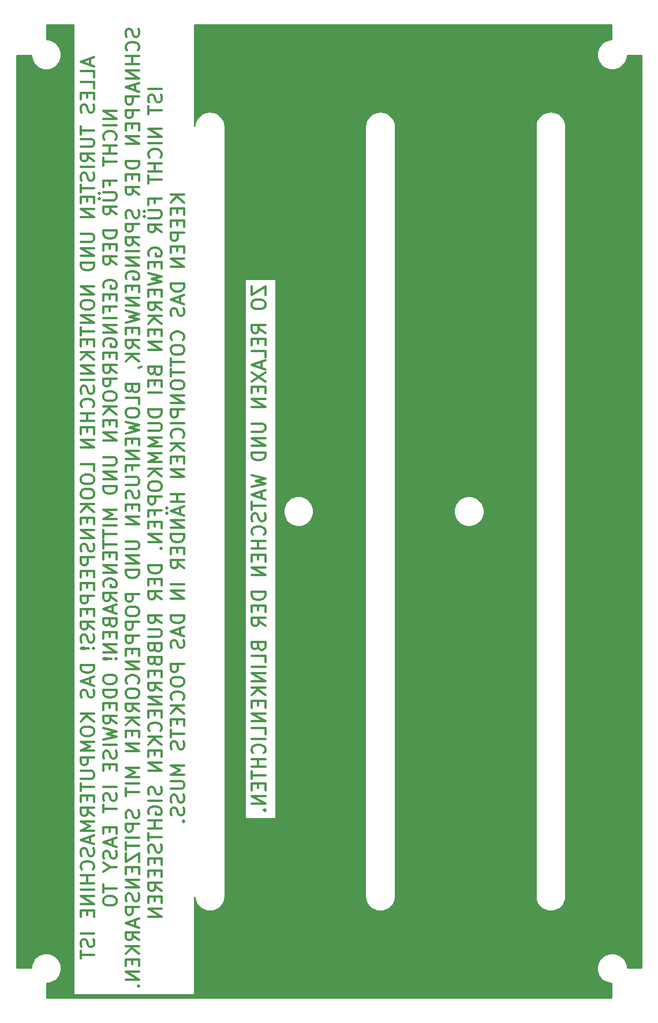
<source format=gbr>
G04 #@! TF.GenerationSoftware,KiCad,Pcbnew,(5.1.5)-3*
G04 #@! TF.CreationDate,2020-02-27T12:36:48+00:00*
G04 #@! TF.ProjectId,midi fader alps 100mm,6d696469-2066-4616-9465-7220616c7073,rev?*
G04 #@! TF.SameCoordinates,Original*
G04 #@! TF.FileFunction,Copper,L2,Bot*
G04 #@! TF.FilePolarity,Positive*
%FSLAX46Y46*%
G04 Gerber Fmt 4.6, Leading zero omitted, Abs format (unit mm)*
G04 Created by KiCad (PCBNEW (5.1.5)-3) date 2020-02-27 12:36:48*
%MOMM*%
%LPD*%
G04 APERTURE LIST*
%ADD10C,0.300000*%
%ADD11C,0.254000*%
G04 APERTURE END LIST*
D10*
X231483333Y-52595238D02*
X231483333Y-53547619D01*
X232054761Y-52404761D02*
X230054761Y-53071428D01*
X232054761Y-53738095D01*
X232054761Y-55357142D02*
X232054761Y-54404761D01*
X230054761Y-54404761D01*
X232054761Y-56976190D02*
X232054761Y-56023809D01*
X230054761Y-56023809D01*
X231007142Y-57642857D02*
X231007142Y-58309523D01*
X232054761Y-58595238D02*
X232054761Y-57642857D01*
X230054761Y-57642857D01*
X230054761Y-58595238D01*
X231959523Y-59357142D02*
X232054761Y-59642857D01*
X232054761Y-60119047D01*
X231959523Y-60309523D01*
X231864285Y-60404761D01*
X231673809Y-60500000D01*
X231483333Y-60500000D01*
X231292857Y-60404761D01*
X231197619Y-60309523D01*
X231102380Y-60119047D01*
X231007142Y-59738095D01*
X230911904Y-59547619D01*
X230816666Y-59452380D01*
X230626190Y-59357142D01*
X230435714Y-59357142D01*
X230245238Y-59452380D01*
X230150000Y-59547619D01*
X230054761Y-59738095D01*
X230054761Y-60214285D01*
X230150000Y-60500000D01*
X230054761Y-62595238D02*
X230054761Y-63738095D01*
X232054761Y-63166666D02*
X230054761Y-63166666D01*
X230054761Y-64404761D02*
X231673809Y-64404761D01*
X231864285Y-64500000D01*
X231959523Y-64595238D01*
X232054761Y-64785714D01*
X232054761Y-65166666D01*
X231959523Y-65357142D01*
X231864285Y-65452380D01*
X231673809Y-65547619D01*
X230054761Y-65547619D01*
X232054761Y-67642857D02*
X231102380Y-66976190D01*
X232054761Y-66500000D02*
X230054761Y-66500000D01*
X230054761Y-67261904D01*
X230150000Y-67452380D01*
X230245238Y-67547619D01*
X230435714Y-67642857D01*
X230721428Y-67642857D01*
X230911904Y-67547619D01*
X231007142Y-67452380D01*
X231102380Y-67261904D01*
X231102380Y-66500000D01*
X232054761Y-68500000D02*
X230054761Y-68500000D01*
X231959523Y-69357142D02*
X232054761Y-69642857D01*
X232054761Y-70119047D01*
X231959523Y-70309523D01*
X231864285Y-70404761D01*
X231673809Y-70500000D01*
X231483333Y-70500000D01*
X231292857Y-70404761D01*
X231197619Y-70309523D01*
X231102380Y-70119047D01*
X231007142Y-69738095D01*
X230911904Y-69547619D01*
X230816666Y-69452380D01*
X230626190Y-69357142D01*
X230435714Y-69357142D01*
X230245238Y-69452380D01*
X230150000Y-69547619D01*
X230054761Y-69738095D01*
X230054761Y-70214285D01*
X230150000Y-70500000D01*
X230054761Y-71071428D02*
X230054761Y-72214285D01*
X232054761Y-71642857D02*
X230054761Y-71642857D01*
X231007142Y-72880952D02*
X231007142Y-73547619D01*
X232054761Y-73833333D02*
X232054761Y-72880952D01*
X230054761Y-72880952D01*
X230054761Y-73833333D01*
X232054761Y-74690476D02*
X230054761Y-74690476D01*
X232054761Y-75833333D01*
X230054761Y-75833333D01*
X230054761Y-78309523D02*
X231673809Y-78309523D01*
X231864285Y-78404761D01*
X231959523Y-78500000D01*
X232054761Y-78690476D01*
X232054761Y-79071428D01*
X231959523Y-79261904D01*
X231864285Y-79357142D01*
X231673809Y-79452380D01*
X230054761Y-79452380D01*
X232054761Y-80404761D02*
X230054761Y-80404761D01*
X232054761Y-81547619D01*
X230054761Y-81547619D01*
X232054761Y-82500000D02*
X230054761Y-82500000D01*
X230054761Y-82976190D01*
X230150000Y-83261904D01*
X230340476Y-83452380D01*
X230530952Y-83547619D01*
X230911904Y-83642857D01*
X231197619Y-83642857D01*
X231578571Y-83547619D01*
X231769047Y-83452380D01*
X231959523Y-83261904D01*
X232054761Y-82976190D01*
X232054761Y-82500000D01*
X232054761Y-86023809D02*
X230054761Y-86023809D01*
X232054761Y-87166666D01*
X230054761Y-87166666D01*
X230054761Y-88500000D02*
X230054761Y-88880952D01*
X230150000Y-89071428D01*
X230340476Y-89261904D01*
X230721428Y-89357142D01*
X231388095Y-89357142D01*
X231769047Y-89261904D01*
X231959523Y-89071428D01*
X232054761Y-88880952D01*
X232054761Y-88500000D01*
X231959523Y-88309523D01*
X231769047Y-88119047D01*
X231388095Y-88023809D01*
X230721428Y-88023809D01*
X230340476Y-88119047D01*
X230150000Y-88309523D01*
X230054761Y-88500000D01*
X232054761Y-90214285D02*
X230054761Y-90214285D01*
X232054761Y-91357142D01*
X230054761Y-91357142D01*
X230054761Y-92023809D02*
X230054761Y-93166666D01*
X232054761Y-92595238D02*
X230054761Y-92595238D01*
X231007142Y-93833333D02*
X231007142Y-94500000D01*
X232054761Y-94785714D02*
X232054761Y-93833333D01*
X230054761Y-93833333D01*
X230054761Y-94785714D01*
X232054761Y-95642857D02*
X230054761Y-95642857D01*
X232054761Y-96785714D02*
X230911904Y-95928571D01*
X230054761Y-96785714D02*
X231197619Y-95642857D01*
X232054761Y-97642857D02*
X230054761Y-97642857D01*
X232054761Y-98785714D01*
X230054761Y-98785714D01*
X232054761Y-99738095D02*
X230054761Y-99738095D01*
X231959523Y-100595238D02*
X232054761Y-100880952D01*
X232054761Y-101357142D01*
X231959523Y-101547619D01*
X231864285Y-101642857D01*
X231673809Y-101738095D01*
X231483333Y-101738095D01*
X231292857Y-101642857D01*
X231197619Y-101547619D01*
X231102380Y-101357142D01*
X231007142Y-100976190D01*
X230911904Y-100785714D01*
X230816666Y-100690476D01*
X230626190Y-100595238D01*
X230435714Y-100595238D01*
X230245238Y-100690476D01*
X230150000Y-100785714D01*
X230054761Y-100976190D01*
X230054761Y-101452380D01*
X230150000Y-101738095D01*
X231864285Y-103738095D02*
X231959523Y-103642857D01*
X232054761Y-103357142D01*
X232054761Y-103166666D01*
X231959523Y-102880952D01*
X231769047Y-102690476D01*
X231578571Y-102595238D01*
X231197619Y-102500000D01*
X230911904Y-102500000D01*
X230530952Y-102595238D01*
X230340476Y-102690476D01*
X230150000Y-102880952D01*
X230054761Y-103166666D01*
X230054761Y-103357142D01*
X230150000Y-103642857D01*
X230245238Y-103738095D01*
X232054761Y-104595238D02*
X230054761Y-104595238D01*
X231007142Y-104595238D02*
X231007142Y-105738095D01*
X232054761Y-105738095D02*
X230054761Y-105738095D01*
X231007142Y-106690476D02*
X231007142Y-107357142D01*
X232054761Y-107642857D02*
X232054761Y-106690476D01*
X230054761Y-106690476D01*
X230054761Y-107642857D01*
X232054761Y-108499999D02*
X230054761Y-108499999D01*
X232054761Y-109642857D01*
X230054761Y-109642857D01*
X232054761Y-113071428D02*
X232054761Y-112119047D01*
X230054761Y-112119047D01*
X230054761Y-114119047D02*
X230054761Y-114499999D01*
X230150000Y-114690476D01*
X230340476Y-114880952D01*
X230721428Y-114976190D01*
X231388095Y-114976190D01*
X231769047Y-114880952D01*
X231959523Y-114690476D01*
X232054761Y-114499999D01*
X232054761Y-114119047D01*
X231959523Y-113928571D01*
X231769047Y-113738095D01*
X231388095Y-113642857D01*
X230721428Y-113642857D01*
X230340476Y-113738095D01*
X230150000Y-113928571D01*
X230054761Y-114119047D01*
X230054761Y-116214285D02*
X230054761Y-116595238D01*
X230150000Y-116785714D01*
X230340476Y-116976190D01*
X230721428Y-117071428D01*
X231388095Y-117071428D01*
X231769047Y-116976190D01*
X231959523Y-116785714D01*
X232054761Y-116595238D01*
X232054761Y-116214285D01*
X231959523Y-116023809D01*
X231769047Y-115833333D01*
X231388095Y-115738095D01*
X230721428Y-115738095D01*
X230340476Y-115833333D01*
X230150000Y-116023809D01*
X230054761Y-116214285D01*
X232054761Y-117928571D02*
X230054761Y-117928571D01*
X232054761Y-119071428D02*
X230911904Y-118214285D01*
X230054761Y-119071428D02*
X231197619Y-117928571D01*
X231007142Y-119928571D02*
X231007142Y-120595238D01*
X232054761Y-120880952D02*
X232054761Y-119928571D01*
X230054761Y-119928571D01*
X230054761Y-120880952D01*
X232054761Y-121738095D02*
X230054761Y-121738095D01*
X232054761Y-122880952D01*
X230054761Y-122880952D01*
X231959523Y-123738095D02*
X232054761Y-124023809D01*
X232054761Y-124499999D01*
X231959523Y-124690476D01*
X231864285Y-124785714D01*
X231673809Y-124880952D01*
X231483333Y-124880952D01*
X231292857Y-124785714D01*
X231197619Y-124690476D01*
X231102380Y-124499999D01*
X231007142Y-124119047D01*
X230911904Y-123928571D01*
X230816666Y-123833333D01*
X230626190Y-123738095D01*
X230435714Y-123738095D01*
X230245238Y-123833333D01*
X230150000Y-123928571D01*
X230054761Y-124119047D01*
X230054761Y-124595238D01*
X230150000Y-124880952D01*
X232054761Y-125738095D02*
X230054761Y-125738095D01*
X230054761Y-126499999D01*
X230150000Y-126690476D01*
X230245238Y-126785714D01*
X230435714Y-126880952D01*
X230721428Y-126880952D01*
X230911904Y-126785714D01*
X231007142Y-126690476D01*
X231102380Y-126499999D01*
X231102380Y-125738095D01*
X231007142Y-127738095D02*
X231007142Y-128404761D01*
X232054761Y-128690476D02*
X232054761Y-127738095D01*
X230054761Y-127738095D01*
X230054761Y-128690476D01*
X231007142Y-129547619D02*
X231007142Y-130214285D01*
X232054761Y-130499999D02*
X232054761Y-129547619D01*
X230054761Y-129547619D01*
X230054761Y-130499999D01*
X232054761Y-131357142D02*
X230054761Y-131357142D01*
X230054761Y-132119047D01*
X230150000Y-132309523D01*
X230245238Y-132404761D01*
X230435714Y-132499999D01*
X230721428Y-132499999D01*
X230911904Y-132404761D01*
X231007142Y-132309523D01*
X231102380Y-132119047D01*
X231102380Y-131357142D01*
X231007142Y-133357142D02*
X231007142Y-134023809D01*
X232054761Y-134309523D02*
X232054761Y-133357142D01*
X230054761Y-133357142D01*
X230054761Y-134309523D01*
X232054761Y-136309523D02*
X231102380Y-135642857D01*
X232054761Y-135166666D02*
X230054761Y-135166666D01*
X230054761Y-135928571D01*
X230150000Y-136119047D01*
X230245238Y-136214285D01*
X230435714Y-136309523D01*
X230721428Y-136309523D01*
X230911904Y-136214285D01*
X231007142Y-136119047D01*
X231102380Y-135928571D01*
X231102380Y-135166666D01*
X231959523Y-137071428D02*
X232054761Y-137357142D01*
X232054761Y-137833333D01*
X231959523Y-138023809D01*
X231864285Y-138119047D01*
X231673809Y-138214285D01*
X231483333Y-138214285D01*
X231292857Y-138119047D01*
X231197619Y-138023809D01*
X231102380Y-137833333D01*
X231007142Y-137452380D01*
X230911904Y-137261904D01*
X230816666Y-137166666D01*
X230626190Y-137071428D01*
X230435714Y-137071428D01*
X230245238Y-137166666D01*
X230150000Y-137261904D01*
X230054761Y-137452380D01*
X230054761Y-137928571D01*
X230150000Y-138214285D01*
X231864285Y-139071428D02*
X231959523Y-139166666D01*
X232054761Y-139071428D01*
X231959523Y-138976190D01*
X231864285Y-139071428D01*
X232054761Y-139071428D01*
X231292857Y-139071428D02*
X230150000Y-138976190D01*
X230054761Y-139071428D01*
X230150000Y-139166666D01*
X231292857Y-139071428D01*
X230054761Y-139071428D01*
X232054761Y-141547619D02*
X230054761Y-141547619D01*
X230054761Y-142023809D01*
X230150000Y-142309523D01*
X230340476Y-142499999D01*
X230530952Y-142595238D01*
X230911904Y-142690476D01*
X231197619Y-142690476D01*
X231578571Y-142595238D01*
X231769047Y-142499999D01*
X231959523Y-142309523D01*
X232054761Y-142023809D01*
X232054761Y-141547619D01*
X231483333Y-143452380D02*
X231483333Y-144404761D01*
X232054761Y-143261904D02*
X230054761Y-143928571D01*
X232054761Y-144595238D01*
X231959523Y-145166666D02*
X232054761Y-145452380D01*
X232054761Y-145928571D01*
X231959523Y-146119047D01*
X231864285Y-146214285D01*
X231673809Y-146309523D01*
X231483333Y-146309523D01*
X231292857Y-146214285D01*
X231197619Y-146119047D01*
X231102380Y-145928571D01*
X231007142Y-145547619D01*
X230911904Y-145357142D01*
X230816666Y-145261904D01*
X230626190Y-145166666D01*
X230435714Y-145166666D01*
X230245238Y-145261904D01*
X230150000Y-145357142D01*
X230054761Y-145547619D01*
X230054761Y-146023809D01*
X230150000Y-146309523D01*
X232054761Y-148690476D02*
X230054761Y-148690476D01*
X232054761Y-149833333D02*
X230911904Y-148976190D01*
X230054761Y-149833333D02*
X231197619Y-148690476D01*
X230054761Y-151071428D02*
X230054761Y-151452380D01*
X230150000Y-151642857D01*
X230340476Y-151833333D01*
X230721428Y-151928571D01*
X231388095Y-151928571D01*
X231769047Y-151833333D01*
X231959523Y-151642857D01*
X232054761Y-151452380D01*
X232054761Y-151071428D01*
X231959523Y-150880952D01*
X231769047Y-150690476D01*
X231388095Y-150595238D01*
X230721428Y-150595238D01*
X230340476Y-150690476D01*
X230150000Y-150880952D01*
X230054761Y-151071428D01*
X232054761Y-152785714D02*
X230054761Y-152785714D01*
X231483333Y-153452380D01*
X230054761Y-154119047D01*
X232054761Y-154119047D01*
X232054761Y-155071428D02*
X230054761Y-155071428D01*
X230054761Y-155833333D01*
X230150000Y-156023809D01*
X230245238Y-156119047D01*
X230435714Y-156214285D01*
X230721428Y-156214285D01*
X230911904Y-156119047D01*
X231007142Y-156023809D01*
X231102380Y-155833333D01*
X231102380Y-155071428D01*
X230054761Y-157071428D02*
X231673809Y-157071428D01*
X231864285Y-157166666D01*
X231959523Y-157261904D01*
X232054761Y-157452380D01*
X232054761Y-157833333D01*
X231959523Y-158023809D01*
X231864285Y-158119047D01*
X231673809Y-158214285D01*
X230054761Y-158214285D01*
X230054761Y-158880952D02*
X230054761Y-160023809D01*
X232054761Y-159452380D02*
X230054761Y-159452380D01*
X231007142Y-160690476D02*
X231007142Y-161357142D01*
X232054761Y-161642857D02*
X232054761Y-160690476D01*
X230054761Y-160690476D01*
X230054761Y-161642857D01*
X232054761Y-163642857D02*
X231102380Y-162976190D01*
X232054761Y-162499999D02*
X230054761Y-162499999D01*
X230054761Y-163261904D01*
X230150000Y-163452380D01*
X230245238Y-163547619D01*
X230435714Y-163642857D01*
X230721428Y-163642857D01*
X230911904Y-163547619D01*
X231007142Y-163452380D01*
X231102380Y-163261904D01*
X231102380Y-162499999D01*
X232054761Y-164499999D02*
X230054761Y-164499999D01*
X231483333Y-165166666D01*
X230054761Y-165833333D01*
X232054761Y-165833333D01*
X231483333Y-166690476D02*
X231483333Y-167642857D01*
X232054761Y-166499999D02*
X230054761Y-167166666D01*
X232054761Y-167833333D01*
X231959523Y-168404761D02*
X232054761Y-168690476D01*
X232054761Y-169166666D01*
X231959523Y-169357142D01*
X231864285Y-169452380D01*
X231673809Y-169547619D01*
X231483333Y-169547619D01*
X231292857Y-169452380D01*
X231197619Y-169357142D01*
X231102380Y-169166666D01*
X231007142Y-168785714D01*
X230911904Y-168595238D01*
X230816666Y-168499999D01*
X230626190Y-168404761D01*
X230435714Y-168404761D01*
X230245238Y-168499999D01*
X230150000Y-168595238D01*
X230054761Y-168785714D01*
X230054761Y-169261904D01*
X230150000Y-169547619D01*
X231864285Y-171547619D02*
X231959523Y-171452380D01*
X232054761Y-171166666D01*
X232054761Y-170976190D01*
X231959523Y-170690476D01*
X231769047Y-170499999D01*
X231578571Y-170404761D01*
X231197619Y-170309523D01*
X230911904Y-170309523D01*
X230530952Y-170404761D01*
X230340476Y-170499999D01*
X230150000Y-170690476D01*
X230054761Y-170976190D01*
X230054761Y-171166666D01*
X230150000Y-171452380D01*
X230245238Y-171547619D01*
X232054761Y-172404761D02*
X230054761Y-172404761D01*
X231007142Y-172404761D02*
X231007142Y-173547619D01*
X232054761Y-173547619D02*
X230054761Y-173547619D01*
X232054761Y-174499999D02*
X230054761Y-174499999D01*
X232054761Y-175452380D02*
X230054761Y-175452380D01*
X232054761Y-176595238D01*
X230054761Y-176595238D01*
X231007142Y-177547619D02*
X231007142Y-178214285D01*
X232054761Y-178499999D02*
X232054761Y-177547619D01*
X230054761Y-177547619D01*
X230054761Y-178499999D01*
X232054761Y-180880952D02*
X230054761Y-180880952D01*
X231959523Y-181738095D02*
X232054761Y-182023809D01*
X232054761Y-182499999D01*
X231959523Y-182690476D01*
X231864285Y-182785714D01*
X231673809Y-182880952D01*
X231483333Y-182880952D01*
X231292857Y-182785714D01*
X231197619Y-182690476D01*
X231102380Y-182499999D01*
X231007142Y-182119047D01*
X230911904Y-181928571D01*
X230816666Y-181833333D01*
X230626190Y-181738095D01*
X230435714Y-181738095D01*
X230245238Y-181833333D01*
X230150000Y-181928571D01*
X230054761Y-182119047D01*
X230054761Y-182595238D01*
X230150000Y-182880952D01*
X230054761Y-183452380D02*
X230054761Y-184595238D01*
X232054761Y-184023809D02*
X230054761Y-184023809D01*
X235354761Y-60309523D02*
X233354761Y-60309523D01*
X235354761Y-61452380D01*
X233354761Y-61452380D01*
X235354761Y-62404761D02*
X233354761Y-62404761D01*
X235164285Y-64500000D02*
X235259523Y-64404761D01*
X235354761Y-64119047D01*
X235354761Y-63928571D01*
X235259523Y-63642857D01*
X235069047Y-63452380D01*
X234878571Y-63357142D01*
X234497619Y-63261904D01*
X234211904Y-63261904D01*
X233830952Y-63357142D01*
X233640476Y-63452380D01*
X233450000Y-63642857D01*
X233354761Y-63928571D01*
X233354761Y-64119047D01*
X233450000Y-64404761D01*
X233545238Y-64500000D01*
X235354761Y-65357142D02*
X233354761Y-65357142D01*
X234307142Y-65357142D02*
X234307142Y-66500000D01*
X235354761Y-66500000D02*
X233354761Y-66500000D01*
X233354761Y-67166666D02*
X233354761Y-68309523D01*
X235354761Y-67738095D02*
X233354761Y-67738095D01*
X234307142Y-71166666D02*
X234307142Y-70500000D01*
X235354761Y-70500000D02*
X233354761Y-70500000D01*
X233354761Y-71452380D01*
X233354761Y-72214285D02*
X234973809Y-72214285D01*
X235164285Y-72309523D01*
X235259523Y-72404761D01*
X235354761Y-72595238D01*
X235354761Y-72976190D01*
X235259523Y-73166666D01*
X235164285Y-73261904D01*
X234973809Y-73357142D01*
X233354761Y-73357142D01*
X232688095Y-72404761D02*
X232783333Y-72500000D01*
X232878571Y-72404761D01*
X232783333Y-72309523D01*
X232688095Y-72404761D01*
X232878571Y-72404761D01*
X232688095Y-73166666D02*
X232783333Y-73261904D01*
X232878571Y-73166666D01*
X232783333Y-73071428D01*
X232688095Y-73166666D01*
X232878571Y-73166666D01*
X235354761Y-75452380D02*
X234402380Y-74785714D01*
X235354761Y-74309523D02*
X233354761Y-74309523D01*
X233354761Y-75071428D01*
X233450000Y-75261904D01*
X233545238Y-75357142D01*
X233735714Y-75452380D01*
X234021428Y-75452380D01*
X234211904Y-75357142D01*
X234307142Y-75261904D01*
X234402380Y-75071428D01*
X234402380Y-74309523D01*
X235354761Y-77833333D02*
X233354761Y-77833333D01*
X233354761Y-78309523D01*
X233450000Y-78595238D01*
X233640476Y-78785714D01*
X233830952Y-78880952D01*
X234211904Y-78976190D01*
X234497619Y-78976190D01*
X234878571Y-78880952D01*
X235069047Y-78785714D01*
X235259523Y-78595238D01*
X235354761Y-78309523D01*
X235354761Y-77833333D01*
X234307142Y-79833333D02*
X234307142Y-80500000D01*
X235354761Y-80785714D02*
X235354761Y-79833333D01*
X233354761Y-79833333D01*
X233354761Y-80785714D01*
X235354761Y-82785714D02*
X234402380Y-82119047D01*
X235354761Y-81642857D02*
X233354761Y-81642857D01*
X233354761Y-82404761D01*
X233450000Y-82595238D01*
X233545238Y-82690476D01*
X233735714Y-82785714D01*
X234021428Y-82785714D01*
X234211904Y-82690476D01*
X234307142Y-82595238D01*
X234402380Y-82404761D01*
X234402380Y-81642857D01*
X233450000Y-86214285D02*
X233354761Y-86023809D01*
X233354761Y-85738095D01*
X233450000Y-85452380D01*
X233640476Y-85261904D01*
X233830952Y-85166666D01*
X234211904Y-85071428D01*
X234497619Y-85071428D01*
X234878571Y-85166666D01*
X235069047Y-85261904D01*
X235259523Y-85452380D01*
X235354761Y-85738095D01*
X235354761Y-85928571D01*
X235259523Y-86214285D01*
X235164285Y-86309523D01*
X234497619Y-86309523D01*
X234497619Y-85928571D01*
X234307142Y-87166666D02*
X234307142Y-87833333D01*
X235354761Y-88119047D02*
X235354761Y-87166666D01*
X233354761Y-87166666D01*
X233354761Y-88119047D01*
X234307142Y-89642857D02*
X234307142Y-88976190D01*
X235354761Y-88976190D02*
X233354761Y-88976190D01*
X233354761Y-89928571D01*
X235354761Y-90690476D02*
X233354761Y-90690476D01*
X235354761Y-91642857D02*
X233354761Y-91642857D01*
X235354761Y-92785714D01*
X233354761Y-92785714D01*
X233450000Y-94785714D02*
X233354761Y-94595238D01*
X233354761Y-94309523D01*
X233450000Y-94023809D01*
X233640476Y-93833333D01*
X233830952Y-93738095D01*
X234211904Y-93642857D01*
X234497619Y-93642857D01*
X234878571Y-93738095D01*
X235069047Y-93833333D01*
X235259523Y-94023809D01*
X235354761Y-94309523D01*
X235354761Y-94500000D01*
X235259523Y-94785714D01*
X235164285Y-94880952D01*
X234497619Y-94880952D01*
X234497619Y-94500000D01*
X234307142Y-95738095D02*
X234307142Y-96404761D01*
X235354761Y-96690476D02*
X235354761Y-95738095D01*
X233354761Y-95738095D01*
X233354761Y-96690476D01*
X235354761Y-98690476D02*
X234402380Y-98023809D01*
X235354761Y-97547619D02*
X233354761Y-97547619D01*
X233354761Y-98309523D01*
X233450000Y-98500000D01*
X233545238Y-98595238D01*
X233735714Y-98690476D01*
X234021428Y-98690476D01*
X234211904Y-98595238D01*
X234307142Y-98500000D01*
X234402380Y-98309523D01*
X234402380Y-97547619D01*
X235354761Y-99547619D02*
X233354761Y-99547619D01*
X233354761Y-100309523D01*
X233450000Y-100500000D01*
X233545238Y-100595238D01*
X233735714Y-100690476D01*
X234021428Y-100690476D01*
X234211904Y-100595238D01*
X234307142Y-100500000D01*
X234402380Y-100309523D01*
X234402380Y-99547619D01*
X233354761Y-101928571D02*
X233354761Y-102309523D01*
X233450000Y-102500000D01*
X233640476Y-102690476D01*
X234021428Y-102785714D01*
X234688095Y-102785714D01*
X235069047Y-102690476D01*
X235259523Y-102500000D01*
X235354761Y-102309523D01*
X235354761Y-101928571D01*
X235259523Y-101738095D01*
X235069047Y-101547619D01*
X234688095Y-101452380D01*
X234021428Y-101452380D01*
X233640476Y-101547619D01*
X233450000Y-101738095D01*
X233354761Y-101928571D01*
X235354761Y-103642857D02*
X233354761Y-103642857D01*
X235354761Y-104785714D02*
X234211904Y-103928571D01*
X233354761Y-104785714D02*
X234497619Y-103642857D01*
X234307142Y-105642857D02*
X234307142Y-106309523D01*
X235354761Y-106595238D02*
X235354761Y-105642857D01*
X233354761Y-105642857D01*
X233354761Y-106595238D01*
X235354761Y-107452380D02*
X233354761Y-107452380D01*
X235354761Y-108595238D01*
X233354761Y-108595238D01*
X233354761Y-111071428D02*
X234973809Y-111071428D01*
X235164285Y-111166666D01*
X235259523Y-111261904D01*
X235354761Y-111452380D01*
X235354761Y-111833333D01*
X235259523Y-112023809D01*
X235164285Y-112119047D01*
X234973809Y-112214285D01*
X233354761Y-112214285D01*
X235354761Y-113166666D02*
X233354761Y-113166666D01*
X235354761Y-114309523D01*
X233354761Y-114309523D01*
X235354761Y-115261904D02*
X233354761Y-115261904D01*
X233354761Y-115738095D01*
X233450000Y-116023809D01*
X233640476Y-116214285D01*
X233830952Y-116309523D01*
X234211904Y-116404761D01*
X234497619Y-116404761D01*
X234878571Y-116309523D01*
X235069047Y-116214285D01*
X235259523Y-116023809D01*
X235354761Y-115738095D01*
X235354761Y-115261904D01*
X235354761Y-118785714D02*
X233354761Y-118785714D01*
X234783333Y-119452380D01*
X233354761Y-120119047D01*
X235354761Y-120119047D01*
X235354761Y-121071428D02*
X233354761Y-121071428D01*
X233354761Y-121738095D02*
X233354761Y-122880952D01*
X235354761Y-122309523D02*
X233354761Y-122309523D01*
X233354761Y-123261904D02*
X233354761Y-124404761D01*
X235354761Y-123833333D02*
X233354761Y-123833333D01*
X234307142Y-125071428D02*
X234307142Y-125738095D01*
X235354761Y-126023809D02*
X235354761Y-125071428D01*
X233354761Y-125071428D01*
X233354761Y-126023809D01*
X235354761Y-126880952D02*
X233354761Y-126880952D01*
X235354761Y-128023809D01*
X233354761Y-128023809D01*
X233450000Y-130023809D02*
X233354761Y-129833333D01*
X233354761Y-129547619D01*
X233450000Y-129261904D01*
X233640476Y-129071428D01*
X233830952Y-128976190D01*
X234211904Y-128880952D01*
X234497619Y-128880952D01*
X234878571Y-128976190D01*
X235069047Y-129071428D01*
X235259523Y-129261904D01*
X235354761Y-129547619D01*
X235354761Y-129738095D01*
X235259523Y-130023809D01*
X235164285Y-130119047D01*
X234497619Y-130119047D01*
X234497619Y-129738095D01*
X235354761Y-132119047D02*
X234402380Y-131452380D01*
X235354761Y-130976190D02*
X233354761Y-130976190D01*
X233354761Y-131738095D01*
X233450000Y-131928571D01*
X233545238Y-132023809D01*
X233735714Y-132119047D01*
X234021428Y-132119047D01*
X234211904Y-132023809D01*
X234307142Y-131928571D01*
X234402380Y-131738095D01*
X234402380Y-130976190D01*
X234783333Y-132880952D02*
X234783333Y-133833333D01*
X235354761Y-132690476D02*
X233354761Y-133357142D01*
X235354761Y-134023809D01*
X234307142Y-135357142D02*
X234402380Y-135642857D01*
X234497619Y-135738095D01*
X234688095Y-135833333D01*
X234973809Y-135833333D01*
X235164285Y-135738095D01*
X235259523Y-135642857D01*
X235354761Y-135452380D01*
X235354761Y-134690476D01*
X233354761Y-134690476D01*
X233354761Y-135357142D01*
X233450000Y-135547619D01*
X233545238Y-135642857D01*
X233735714Y-135738095D01*
X233926190Y-135738095D01*
X234116666Y-135642857D01*
X234211904Y-135547619D01*
X234307142Y-135357142D01*
X234307142Y-134690476D01*
X234307142Y-136690476D02*
X234307142Y-137357142D01*
X235354761Y-137642857D02*
X235354761Y-136690476D01*
X233354761Y-136690476D01*
X233354761Y-137642857D01*
X235354761Y-138500000D02*
X233354761Y-138500000D01*
X235354761Y-139642857D01*
X233354761Y-139642857D01*
X235164285Y-140595238D02*
X235259523Y-140690476D01*
X235354761Y-140595238D01*
X235259523Y-140500000D01*
X235164285Y-140595238D01*
X235354761Y-140595238D01*
X234592857Y-140595238D02*
X233450000Y-140500000D01*
X233354761Y-140595238D01*
X233450000Y-140690476D01*
X234592857Y-140595238D01*
X233354761Y-140595238D01*
X233354761Y-143452380D02*
X233354761Y-143833333D01*
X233450000Y-144023809D01*
X233640476Y-144214285D01*
X234021428Y-144309523D01*
X234688095Y-144309523D01*
X235069047Y-144214285D01*
X235259523Y-144023809D01*
X235354761Y-143833333D01*
X235354761Y-143452380D01*
X235259523Y-143261904D01*
X235069047Y-143071428D01*
X234688095Y-142976190D01*
X234021428Y-142976190D01*
X233640476Y-143071428D01*
X233450000Y-143261904D01*
X233354761Y-143452380D01*
X235354761Y-145166666D02*
X233354761Y-145166666D01*
X233354761Y-145642857D01*
X233450000Y-145928571D01*
X233640476Y-146119047D01*
X233830952Y-146214285D01*
X234211904Y-146309523D01*
X234497619Y-146309523D01*
X234878571Y-146214285D01*
X235069047Y-146119047D01*
X235259523Y-145928571D01*
X235354761Y-145642857D01*
X235354761Y-145166666D01*
X234307142Y-147166666D02*
X234307142Y-147833333D01*
X235354761Y-148119047D02*
X235354761Y-147166666D01*
X233354761Y-147166666D01*
X233354761Y-148119047D01*
X235354761Y-150119047D02*
X234402380Y-149452380D01*
X235354761Y-148976190D02*
X233354761Y-148976190D01*
X233354761Y-149738095D01*
X233450000Y-149928571D01*
X233545238Y-150023809D01*
X233735714Y-150119047D01*
X234021428Y-150119047D01*
X234211904Y-150023809D01*
X234307142Y-149928571D01*
X234402380Y-149738095D01*
X234402380Y-148976190D01*
X233354761Y-150785714D02*
X235354761Y-151261904D01*
X233926190Y-151642857D01*
X235354761Y-152023809D01*
X233354761Y-152500000D01*
X235354761Y-153261904D02*
X233354761Y-153261904D01*
X235259523Y-154119047D02*
X235354761Y-154404761D01*
X235354761Y-154880952D01*
X235259523Y-155071428D01*
X235164285Y-155166666D01*
X234973809Y-155261904D01*
X234783333Y-155261904D01*
X234592857Y-155166666D01*
X234497619Y-155071428D01*
X234402380Y-154880952D01*
X234307142Y-154500000D01*
X234211904Y-154309523D01*
X234116666Y-154214285D01*
X233926190Y-154119047D01*
X233735714Y-154119047D01*
X233545238Y-154214285D01*
X233450000Y-154309523D01*
X233354761Y-154500000D01*
X233354761Y-154976190D01*
X233450000Y-155261904D01*
X234307142Y-156119047D02*
X234307142Y-156785714D01*
X235354761Y-157071428D02*
X235354761Y-156119047D01*
X233354761Y-156119047D01*
X233354761Y-157071428D01*
X235354761Y-159452380D02*
X233354761Y-159452380D01*
X235259523Y-160309523D02*
X235354761Y-160595238D01*
X235354761Y-161071428D01*
X235259523Y-161261904D01*
X235164285Y-161357142D01*
X234973809Y-161452380D01*
X234783333Y-161452380D01*
X234592857Y-161357142D01*
X234497619Y-161261904D01*
X234402380Y-161071428D01*
X234307142Y-160690476D01*
X234211904Y-160500000D01*
X234116666Y-160404761D01*
X233926190Y-160309523D01*
X233735714Y-160309523D01*
X233545238Y-160404761D01*
X233450000Y-160500000D01*
X233354761Y-160690476D01*
X233354761Y-161166666D01*
X233450000Y-161452380D01*
X233354761Y-162023809D02*
X233354761Y-163166666D01*
X235354761Y-162595238D02*
X233354761Y-162595238D01*
X234307142Y-165357142D02*
X234307142Y-166023809D01*
X235354761Y-166309523D02*
X235354761Y-165357142D01*
X233354761Y-165357142D01*
X233354761Y-166309523D01*
X234783333Y-167071428D02*
X234783333Y-168023809D01*
X235354761Y-166880952D02*
X233354761Y-167547619D01*
X235354761Y-168214285D01*
X235259523Y-168785714D02*
X235354761Y-169071428D01*
X235354761Y-169547619D01*
X235259523Y-169738095D01*
X235164285Y-169833333D01*
X234973809Y-169928571D01*
X234783333Y-169928571D01*
X234592857Y-169833333D01*
X234497619Y-169738095D01*
X234402380Y-169547619D01*
X234307142Y-169166666D01*
X234211904Y-168976190D01*
X234116666Y-168880952D01*
X233926190Y-168785714D01*
X233735714Y-168785714D01*
X233545238Y-168880952D01*
X233450000Y-168976190D01*
X233354761Y-169166666D01*
X233354761Y-169642857D01*
X233450000Y-169928571D01*
X234402380Y-171166666D02*
X235354761Y-171166666D01*
X233354761Y-170500000D02*
X234402380Y-171166666D01*
X233354761Y-171833333D01*
X233354761Y-173738095D02*
X233354761Y-174880952D01*
X235354761Y-174309523D02*
X233354761Y-174309523D01*
X233354761Y-175928571D02*
X233354761Y-176309523D01*
X233450000Y-176500000D01*
X233640476Y-176690476D01*
X234021428Y-176785714D01*
X234688095Y-176785714D01*
X235069047Y-176690476D01*
X235259523Y-176500000D01*
X235354761Y-176309523D01*
X235354761Y-175928571D01*
X235259523Y-175738095D01*
X235069047Y-175547619D01*
X234688095Y-175452380D01*
X234021428Y-175452380D01*
X233640476Y-175547619D01*
X233450000Y-175738095D01*
X233354761Y-175928571D01*
X238559523Y-48261904D02*
X238654761Y-48547619D01*
X238654761Y-49023809D01*
X238559523Y-49214285D01*
X238464285Y-49309523D01*
X238273809Y-49404761D01*
X238083333Y-49404761D01*
X237892857Y-49309523D01*
X237797619Y-49214285D01*
X237702380Y-49023809D01*
X237607142Y-48642857D01*
X237511904Y-48452380D01*
X237416666Y-48357142D01*
X237226190Y-48261904D01*
X237035714Y-48261904D01*
X236845238Y-48357142D01*
X236750000Y-48452380D01*
X236654761Y-48642857D01*
X236654761Y-49119047D01*
X236750000Y-49404761D01*
X238464285Y-51404761D02*
X238559523Y-51309523D01*
X238654761Y-51023809D01*
X238654761Y-50833333D01*
X238559523Y-50547619D01*
X238369047Y-50357142D01*
X238178571Y-50261904D01*
X237797619Y-50166666D01*
X237511904Y-50166666D01*
X237130952Y-50261904D01*
X236940476Y-50357142D01*
X236750000Y-50547619D01*
X236654761Y-50833333D01*
X236654761Y-51023809D01*
X236750000Y-51309523D01*
X236845238Y-51404761D01*
X238654761Y-52261904D02*
X236654761Y-52261904D01*
X237607142Y-52261904D02*
X237607142Y-53404761D01*
X238654761Y-53404761D02*
X236654761Y-53404761D01*
X238654761Y-54357142D02*
X236654761Y-54357142D01*
X238654761Y-55500000D01*
X236654761Y-55500000D01*
X238083333Y-56357142D02*
X238083333Y-57309523D01*
X238654761Y-56166666D02*
X236654761Y-56833333D01*
X238654761Y-57500000D01*
X238654761Y-58166666D02*
X236654761Y-58166666D01*
X236654761Y-58928571D01*
X236750000Y-59119047D01*
X236845238Y-59214285D01*
X237035714Y-59309523D01*
X237321428Y-59309523D01*
X237511904Y-59214285D01*
X237607142Y-59119047D01*
X237702380Y-58928571D01*
X237702380Y-58166666D01*
X238654761Y-60166666D02*
X236654761Y-60166666D01*
X236654761Y-60928571D01*
X236750000Y-61119047D01*
X236845238Y-61214285D01*
X237035714Y-61309523D01*
X237321428Y-61309523D01*
X237511904Y-61214285D01*
X237607142Y-61119047D01*
X237702380Y-60928571D01*
X237702380Y-60166666D01*
X237607142Y-62166666D02*
X237607142Y-62833333D01*
X238654761Y-63119047D02*
X238654761Y-62166666D01*
X236654761Y-62166666D01*
X236654761Y-63119047D01*
X238654761Y-63976190D02*
X236654761Y-63976190D01*
X238654761Y-65119047D01*
X236654761Y-65119047D01*
X238654761Y-67595238D02*
X236654761Y-67595238D01*
X236654761Y-68071428D01*
X236750000Y-68357142D01*
X236940476Y-68547619D01*
X237130952Y-68642857D01*
X237511904Y-68738095D01*
X237797619Y-68738095D01*
X238178571Y-68642857D01*
X238369047Y-68547619D01*
X238559523Y-68357142D01*
X238654761Y-68071428D01*
X238654761Y-67595238D01*
X237607142Y-69595238D02*
X237607142Y-70261904D01*
X238654761Y-70547619D02*
X238654761Y-69595238D01*
X236654761Y-69595238D01*
X236654761Y-70547619D01*
X238654761Y-72547619D02*
X237702380Y-71880952D01*
X238654761Y-71404761D02*
X236654761Y-71404761D01*
X236654761Y-72166666D01*
X236750000Y-72357142D01*
X236845238Y-72452380D01*
X237035714Y-72547619D01*
X237321428Y-72547619D01*
X237511904Y-72452380D01*
X237607142Y-72357142D01*
X237702380Y-72166666D01*
X237702380Y-71404761D01*
X238559523Y-74833333D02*
X238654761Y-75119047D01*
X238654761Y-75595238D01*
X238559523Y-75785714D01*
X238464285Y-75880952D01*
X238273809Y-75976190D01*
X238083333Y-75976190D01*
X237892857Y-75880952D01*
X237797619Y-75785714D01*
X237702380Y-75595238D01*
X237607142Y-75214285D01*
X237511904Y-75023809D01*
X237416666Y-74928571D01*
X237226190Y-74833333D01*
X237035714Y-74833333D01*
X236845238Y-74928571D01*
X236750000Y-75023809D01*
X236654761Y-75214285D01*
X236654761Y-75690476D01*
X236750000Y-75976190D01*
X238654761Y-76833333D02*
X236654761Y-76833333D01*
X236654761Y-77595238D01*
X236750000Y-77785714D01*
X236845238Y-77880952D01*
X237035714Y-77976190D01*
X237321428Y-77976190D01*
X237511904Y-77880952D01*
X237607142Y-77785714D01*
X237702380Y-77595238D01*
X237702380Y-76833333D01*
X238654761Y-79976190D02*
X237702380Y-79309523D01*
X238654761Y-78833333D02*
X236654761Y-78833333D01*
X236654761Y-79595238D01*
X236750000Y-79785714D01*
X236845238Y-79880952D01*
X237035714Y-79976190D01*
X237321428Y-79976190D01*
X237511904Y-79880952D01*
X237607142Y-79785714D01*
X237702380Y-79595238D01*
X237702380Y-78833333D01*
X238654761Y-80833333D02*
X236654761Y-80833333D01*
X238654761Y-81785714D02*
X236654761Y-81785714D01*
X238654761Y-82928571D01*
X236654761Y-82928571D01*
X236750000Y-84928571D02*
X236654761Y-84738095D01*
X236654761Y-84452380D01*
X236750000Y-84166666D01*
X236940476Y-83976190D01*
X237130952Y-83880952D01*
X237511904Y-83785714D01*
X237797619Y-83785714D01*
X238178571Y-83880952D01*
X238369047Y-83976190D01*
X238559523Y-84166666D01*
X238654761Y-84452380D01*
X238654761Y-84642857D01*
X238559523Y-84928571D01*
X238464285Y-85023809D01*
X237797619Y-85023809D01*
X237797619Y-84642857D01*
X237607142Y-85880952D02*
X237607142Y-86547619D01*
X238654761Y-86833333D02*
X238654761Y-85880952D01*
X236654761Y-85880952D01*
X236654761Y-86833333D01*
X238654761Y-87690476D02*
X236654761Y-87690476D01*
X238654761Y-88833333D01*
X236654761Y-88833333D01*
X236654761Y-89595238D02*
X238654761Y-90071428D01*
X237226190Y-90452380D01*
X238654761Y-90833333D01*
X236654761Y-91309523D01*
X237607142Y-92071428D02*
X237607142Y-92738095D01*
X238654761Y-93023809D02*
X238654761Y-92071428D01*
X236654761Y-92071428D01*
X236654761Y-93023809D01*
X238654761Y-95023809D02*
X237702380Y-94357142D01*
X238654761Y-93880952D02*
X236654761Y-93880952D01*
X236654761Y-94642857D01*
X236750000Y-94833333D01*
X236845238Y-94928571D01*
X237035714Y-95023809D01*
X237321428Y-95023809D01*
X237511904Y-94928571D01*
X237607142Y-94833333D01*
X237702380Y-94642857D01*
X237702380Y-93880952D01*
X238654761Y-95880952D02*
X236654761Y-95880952D01*
X238654761Y-97023809D02*
X237511904Y-96166666D01*
X236654761Y-97023809D02*
X237797619Y-95880952D01*
X238559523Y-97976190D02*
X238654761Y-97976190D01*
X238845238Y-97880952D01*
X238940476Y-97785714D01*
X237607142Y-101023809D02*
X237702380Y-101309523D01*
X237797619Y-101404761D01*
X237988095Y-101499999D01*
X238273809Y-101499999D01*
X238464285Y-101404761D01*
X238559523Y-101309523D01*
X238654761Y-101119047D01*
X238654761Y-100357142D01*
X236654761Y-100357142D01*
X236654761Y-101023809D01*
X236750000Y-101214285D01*
X236845238Y-101309523D01*
X237035714Y-101404761D01*
X237226190Y-101404761D01*
X237416666Y-101309523D01*
X237511904Y-101214285D01*
X237607142Y-101023809D01*
X237607142Y-100357142D01*
X238654761Y-103309523D02*
X238654761Y-102357142D01*
X236654761Y-102357142D01*
X236654761Y-104357142D02*
X236654761Y-104738095D01*
X236750000Y-104928571D01*
X236940476Y-105119047D01*
X237321428Y-105214285D01*
X237988095Y-105214285D01*
X238369047Y-105119047D01*
X238559523Y-104928571D01*
X238654761Y-104738095D01*
X238654761Y-104357142D01*
X238559523Y-104166666D01*
X238369047Y-103976190D01*
X237988095Y-103880952D01*
X237321428Y-103880952D01*
X236940476Y-103976190D01*
X236750000Y-104166666D01*
X236654761Y-104357142D01*
X236654761Y-105880952D02*
X238654761Y-106357142D01*
X237226190Y-106738095D01*
X238654761Y-107119047D01*
X236654761Y-107595238D01*
X237607142Y-108357142D02*
X237607142Y-109023809D01*
X238654761Y-109309523D02*
X238654761Y-108357142D01*
X236654761Y-108357142D01*
X236654761Y-109309523D01*
X238654761Y-110166666D02*
X236654761Y-110166666D01*
X238654761Y-111309523D01*
X236654761Y-111309523D01*
X237607142Y-112928571D02*
X237607142Y-112261904D01*
X238654761Y-112261904D02*
X236654761Y-112261904D01*
X236654761Y-113214285D01*
X236654761Y-113976190D02*
X238273809Y-113976190D01*
X238464285Y-114071428D01*
X238559523Y-114166666D01*
X238654761Y-114357142D01*
X238654761Y-114738095D01*
X238559523Y-114928571D01*
X238464285Y-115023809D01*
X238273809Y-115119047D01*
X236654761Y-115119047D01*
X238559523Y-115976190D02*
X238654761Y-116261904D01*
X238654761Y-116738095D01*
X238559523Y-116928571D01*
X238464285Y-117023809D01*
X238273809Y-117119047D01*
X238083333Y-117119047D01*
X237892857Y-117023809D01*
X237797619Y-116928571D01*
X237702380Y-116738095D01*
X237607142Y-116357142D01*
X237511904Y-116166666D01*
X237416666Y-116071428D01*
X237226190Y-115976190D01*
X237035714Y-115976190D01*
X236845238Y-116071428D01*
X236750000Y-116166666D01*
X236654761Y-116357142D01*
X236654761Y-116833333D01*
X236750000Y-117119047D01*
X237607142Y-117976190D02*
X237607142Y-118642857D01*
X238654761Y-118928571D02*
X238654761Y-117976190D01*
X236654761Y-117976190D01*
X236654761Y-118928571D01*
X238654761Y-119785714D02*
X236654761Y-119785714D01*
X238654761Y-120928571D01*
X236654761Y-120928571D01*
X236654761Y-123404761D02*
X238273809Y-123404761D01*
X238464285Y-123499999D01*
X238559523Y-123595238D01*
X238654761Y-123785714D01*
X238654761Y-124166666D01*
X238559523Y-124357142D01*
X238464285Y-124452380D01*
X238273809Y-124547619D01*
X236654761Y-124547619D01*
X238654761Y-125499999D02*
X236654761Y-125499999D01*
X238654761Y-126642857D01*
X236654761Y-126642857D01*
X238654761Y-127595238D02*
X236654761Y-127595238D01*
X236654761Y-128071428D01*
X236750000Y-128357142D01*
X236940476Y-128547619D01*
X237130952Y-128642857D01*
X237511904Y-128738095D01*
X237797619Y-128738095D01*
X238178571Y-128642857D01*
X238369047Y-128547619D01*
X238559523Y-128357142D01*
X238654761Y-128071428D01*
X238654761Y-127595238D01*
X238654761Y-131119047D02*
X236654761Y-131119047D01*
X236654761Y-131880952D01*
X236750000Y-132071428D01*
X236845238Y-132166666D01*
X237035714Y-132261904D01*
X237321428Y-132261904D01*
X237511904Y-132166666D01*
X237607142Y-132071428D01*
X237702380Y-131880952D01*
X237702380Y-131119047D01*
X236654761Y-133499999D02*
X236654761Y-133880952D01*
X236750000Y-134071428D01*
X236940476Y-134261904D01*
X237321428Y-134357142D01*
X237988095Y-134357142D01*
X238369047Y-134261904D01*
X238559523Y-134071428D01*
X238654761Y-133880952D01*
X238654761Y-133499999D01*
X238559523Y-133309523D01*
X238369047Y-133119047D01*
X237988095Y-133023809D01*
X237321428Y-133023809D01*
X236940476Y-133119047D01*
X236750000Y-133309523D01*
X236654761Y-133499999D01*
X238654761Y-135214285D02*
X236654761Y-135214285D01*
X236654761Y-135976190D01*
X236750000Y-136166666D01*
X236845238Y-136261904D01*
X237035714Y-136357142D01*
X237321428Y-136357142D01*
X237511904Y-136261904D01*
X237607142Y-136166666D01*
X237702380Y-135976190D01*
X237702380Y-135214285D01*
X238654761Y-137214285D02*
X236654761Y-137214285D01*
X236654761Y-137976190D01*
X236750000Y-138166666D01*
X236845238Y-138261904D01*
X237035714Y-138357142D01*
X237321428Y-138357142D01*
X237511904Y-138261904D01*
X237607142Y-138166666D01*
X237702380Y-137976190D01*
X237702380Y-137214285D01*
X237607142Y-139214285D02*
X237607142Y-139880952D01*
X238654761Y-140166666D02*
X238654761Y-139214285D01*
X236654761Y-139214285D01*
X236654761Y-140166666D01*
X238654761Y-141023809D02*
X236654761Y-141023809D01*
X238654761Y-142166666D01*
X236654761Y-142166666D01*
X238464285Y-144261904D02*
X238559523Y-144166666D01*
X238654761Y-143880952D01*
X238654761Y-143690476D01*
X238559523Y-143404761D01*
X238369047Y-143214285D01*
X238178571Y-143119047D01*
X237797619Y-143023809D01*
X237511904Y-143023809D01*
X237130952Y-143119047D01*
X236940476Y-143214285D01*
X236750000Y-143404761D01*
X236654761Y-143690476D01*
X236654761Y-143880952D01*
X236750000Y-144166666D01*
X236845238Y-144261904D01*
X236654761Y-145499999D02*
X236654761Y-145880952D01*
X236750000Y-146071428D01*
X236940476Y-146261904D01*
X237321428Y-146357142D01*
X237988095Y-146357142D01*
X238369047Y-146261904D01*
X238559523Y-146071428D01*
X238654761Y-145880952D01*
X238654761Y-145499999D01*
X238559523Y-145309523D01*
X238369047Y-145119047D01*
X237988095Y-145023809D01*
X237321428Y-145023809D01*
X236940476Y-145119047D01*
X236750000Y-145309523D01*
X236654761Y-145499999D01*
X238654761Y-148357142D02*
X237702380Y-147690476D01*
X238654761Y-147214285D02*
X236654761Y-147214285D01*
X236654761Y-147976190D01*
X236750000Y-148166666D01*
X236845238Y-148261904D01*
X237035714Y-148357142D01*
X237321428Y-148357142D01*
X237511904Y-148261904D01*
X237607142Y-148166666D01*
X237702380Y-147976190D01*
X237702380Y-147214285D01*
X238654761Y-149214285D02*
X236654761Y-149214285D01*
X238654761Y-150357142D02*
X237511904Y-149499999D01*
X236654761Y-150357142D02*
X237797619Y-149214285D01*
X237607142Y-151214285D02*
X237607142Y-151880952D01*
X238654761Y-152166666D02*
X238654761Y-151214285D01*
X236654761Y-151214285D01*
X236654761Y-152166666D01*
X238654761Y-153023809D02*
X236654761Y-153023809D01*
X238654761Y-154166666D01*
X236654761Y-154166666D01*
X238654761Y-156642857D02*
X236654761Y-156642857D01*
X238083333Y-157309523D01*
X236654761Y-157976190D01*
X238654761Y-157976190D01*
X238654761Y-158928571D02*
X236654761Y-158928571D01*
X236654761Y-159595238D02*
X236654761Y-160738095D01*
X238654761Y-160166666D02*
X236654761Y-160166666D01*
X238559523Y-162833333D02*
X238654761Y-163119047D01*
X238654761Y-163595238D01*
X238559523Y-163785714D01*
X238464285Y-163880952D01*
X238273809Y-163976190D01*
X238083333Y-163976190D01*
X237892857Y-163880952D01*
X237797619Y-163785714D01*
X237702380Y-163595238D01*
X237607142Y-163214285D01*
X237511904Y-163023809D01*
X237416666Y-162928571D01*
X237226190Y-162833333D01*
X237035714Y-162833333D01*
X236845238Y-162928571D01*
X236750000Y-163023809D01*
X236654761Y-163214285D01*
X236654761Y-163690476D01*
X236750000Y-163976190D01*
X238654761Y-164833333D02*
X236654761Y-164833333D01*
X236654761Y-165595238D01*
X236750000Y-165785714D01*
X236845238Y-165880952D01*
X237035714Y-165976190D01*
X237321428Y-165976190D01*
X237511904Y-165880952D01*
X237607142Y-165785714D01*
X237702380Y-165595238D01*
X237702380Y-164833333D01*
X238654761Y-166833333D02*
X236654761Y-166833333D01*
X236654761Y-167499999D02*
X236654761Y-168642857D01*
X238654761Y-168071428D02*
X236654761Y-168071428D01*
X236654761Y-169119047D02*
X236654761Y-170452380D01*
X238654761Y-169119047D01*
X238654761Y-170452380D01*
X237607142Y-171214285D02*
X237607142Y-171880952D01*
X238654761Y-172166666D02*
X238654761Y-171214285D01*
X236654761Y-171214285D01*
X236654761Y-172166666D01*
X238654761Y-173023809D02*
X236654761Y-173023809D01*
X238654761Y-174166666D01*
X236654761Y-174166666D01*
X238559523Y-175023809D02*
X238654761Y-175309523D01*
X238654761Y-175785714D01*
X238559523Y-175976190D01*
X238464285Y-176071428D01*
X238273809Y-176166666D01*
X238083333Y-176166666D01*
X237892857Y-176071428D01*
X237797619Y-175976190D01*
X237702380Y-175785714D01*
X237607142Y-175404761D01*
X237511904Y-175214285D01*
X237416666Y-175119047D01*
X237226190Y-175023809D01*
X237035714Y-175023809D01*
X236845238Y-175119047D01*
X236750000Y-175214285D01*
X236654761Y-175404761D01*
X236654761Y-175880952D01*
X236750000Y-176166666D01*
X238654761Y-177023809D02*
X236654761Y-177023809D01*
X236654761Y-177785714D01*
X236750000Y-177976190D01*
X236845238Y-178071428D01*
X237035714Y-178166666D01*
X237321428Y-178166666D01*
X237511904Y-178071428D01*
X237607142Y-177976190D01*
X237702380Y-177785714D01*
X237702380Y-177023809D01*
X238083333Y-178928571D02*
X238083333Y-179880952D01*
X238654761Y-178738095D02*
X236654761Y-179404761D01*
X238654761Y-180071428D01*
X238654761Y-181880952D02*
X237702380Y-181214285D01*
X238654761Y-180738095D02*
X236654761Y-180738095D01*
X236654761Y-181499999D01*
X236750000Y-181690476D01*
X236845238Y-181785714D01*
X237035714Y-181880952D01*
X237321428Y-181880952D01*
X237511904Y-181785714D01*
X237607142Y-181690476D01*
X237702380Y-181499999D01*
X237702380Y-180738095D01*
X238654761Y-182738095D02*
X236654761Y-182738095D01*
X238654761Y-183880952D02*
X237511904Y-183023809D01*
X236654761Y-183880952D02*
X237797619Y-182738095D01*
X237607142Y-184738095D02*
X237607142Y-185404761D01*
X238654761Y-185690476D02*
X238654761Y-184738095D01*
X236654761Y-184738095D01*
X236654761Y-185690476D01*
X238654761Y-186547619D02*
X236654761Y-186547619D01*
X238654761Y-187690476D01*
X236654761Y-187690476D01*
X238464285Y-188642857D02*
X238559523Y-188738095D01*
X238654761Y-188642857D01*
X238559523Y-188547619D01*
X238464285Y-188642857D01*
X238654761Y-188642857D01*
X241954761Y-57023809D02*
X239954761Y-57023809D01*
X241859523Y-57880952D02*
X241954761Y-58166666D01*
X241954761Y-58642857D01*
X241859523Y-58833333D01*
X241764285Y-58928571D01*
X241573809Y-59023809D01*
X241383333Y-59023809D01*
X241192857Y-58928571D01*
X241097619Y-58833333D01*
X241002380Y-58642857D01*
X240907142Y-58261904D01*
X240811904Y-58071428D01*
X240716666Y-57976190D01*
X240526190Y-57880952D01*
X240335714Y-57880952D01*
X240145238Y-57976190D01*
X240050000Y-58071428D01*
X239954761Y-58261904D01*
X239954761Y-58738095D01*
X240050000Y-59023809D01*
X239954761Y-59595238D02*
X239954761Y-60738095D01*
X241954761Y-60166666D02*
X239954761Y-60166666D01*
X241954761Y-62928571D02*
X239954761Y-62928571D01*
X241954761Y-64071428D01*
X239954761Y-64071428D01*
X241954761Y-65023809D02*
X239954761Y-65023809D01*
X241764285Y-67119047D02*
X241859523Y-67023809D01*
X241954761Y-66738095D01*
X241954761Y-66547619D01*
X241859523Y-66261904D01*
X241669047Y-66071428D01*
X241478571Y-65976190D01*
X241097619Y-65880952D01*
X240811904Y-65880952D01*
X240430952Y-65976190D01*
X240240476Y-66071428D01*
X240050000Y-66261904D01*
X239954761Y-66547619D01*
X239954761Y-66738095D01*
X240050000Y-67023809D01*
X240145238Y-67119047D01*
X241954761Y-67976190D02*
X239954761Y-67976190D01*
X240907142Y-67976190D02*
X240907142Y-69119047D01*
X241954761Y-69119047D02*
X239954761Y-69119047D01*
X239954761Y-69785714D02*
X239954761Y-70928571D01*
X241954761Y-70357142D02*
X239954761Y-70357142D01*
X240907142Y-73785714D02*
X240907142Y-73119047D01*
X241954761Y-73119047D02*
X239954761Y-73119047D01*
X239954761Y-74071428D01*
X239954761Y-74833333D02*
X241573809Y-74833333D01*
X241764285Y-74928571D01*
X241859523Y-75023809D01*
X241954761Y-75214285D01*
X241954761Y-75595238D01*
X241859523Y-75785714D01*
X241764285Y-75880952D01*
X241573809Y-75976190D01*
X239954761Y-75976190D01*
X239288095Y-75023809D02*
X239383333Y-75119047D01*
X239478571Y-75023809D01*
X239383333Y-74928571D01*
X239288095Y-75023809D01*
X239478571Y-75023809D01*
X239288095Y-75785714D02*
X239383333Y-75880952D01*
X239478571Y-75785714D01*
X239383333Y-75690476D01*
X239288095Y-75785714D01*
X239478571Y-75785714D01*
X241954761Y-78071428D02*
X241002380Y-77404761D01*
X241954761Y-76928571D02*
X239954761Y-76928571D01*
X239954761Y-77690476D01*
X240050000Y-77880952D01*
X240145238Y-77976190D01*
X240335714Y-78071428D01*
X240621428Y-78071428D01*
X240811904Y-77976190D01*
X240907142Y-77880952D01*
X241002380Y-77690476D01*
X241002380Y-76928571D01*
X240050000Y-81500000D02*
X239954761Y-81309523D01*
X239954761Y-81023809D01*
X240050000Y-80738095D01*
X240240476Y-80547619D01*
X240430952Y-80452380D01*
X240811904Y-80357142D01*
X241097619Y-80357142D01*
X241478571Y-80452380D01*
X241669047Y-80547619D01*
X241859523Y-80738095D01*
X241954761Y-81023809D01*
X241954761Y-81214285D01*
X241859523Y-81500000D01*
X241764285Y-81595238D01*
X241097619Y-81595238D01*
X241097619Y-81214285D01*
X240907142Y-82452380D02*
X240907142Y-83119047D01*
X241954761Y-83404761D02*
X241954761Y-82452380D01*
X239954761Y-82452380D01*
X239954761Y-83404761D01*
X239954761Y-84071428D02*
X241954761Y-84547619D01*
X240526190Y-84928571D01*
X241954761Y-85309523D01*
X239954761Y-85785714D01*
X240907142Y-86547619D02*
X240907142Y-87214285D01*
X241954761Y-87500000D02*
X241954761Y-86547619D01*
X239954761Y-86547619D01*
X239954761Y-87500000D01*
X241954761Y-89500000D02*
X241002380Y-88833333D01*
X241954761Y-88357142D02*
X239954761Y-88357142D01*
X239954761Y-89119047D01*
X240050000Y-89309523D01*
X240145238Y-89404761D01*
X240335714Y-89500000D01*
X240621428Y-89500000D01*
X240811904Y-89404761D01*
X240907142Y-89309523D01*
X241002380Y-89119047D01*
X241002380Y-88357142D01*
X241954761Y-90357142D02*
X239954761Y-90357142D01*
X241954761Y-91500000D02*
X240811904Y-90642857D01*
X239954761Y-91500000D02*
X241097619Y-90357142D01*
X240907142Y-92357142D02*
X240907142Y-93023809D01*
X241954761Y-93309523D02*
X241954761Y-92357142D01*
X239954761Y-92357142D01*
X239954761Y-93309523D01*
X241954761Y-94166666D02*
X239954761Y-94166666D01*
X241954761Y-95309523D01*
X239954761Y-95309523D01*
X240907142Y-98452380D02*
X241002380Y-98738095D01*
X241097619Y-98833333D01*
X241288095Y-98928571D01*
X241573809Y-98928571D01*
X241764285Y-98833333D01*
X241859523Y-98738095D01*
X241954761Y-98547619D01*
X241954761Y-97785714D01*
X239954761Y-97785714D01*
X239954761Y-98452380D01*
X240050000Y-98642857D01*
X240145238Y-98738095D01*
X240335714Y-98833333D01*
X240526190Y-98833333D01*
X240716666Y-98738095D01*
X240811904Y-98642857D01*
X240907142Y-98452380D01*
X240907142Y-97785714D01*
X240907142Y-99785714D02*
X240907142Y-100452380D01*
X241954761Y-100738095D02*
X241954761Y-99785714D01*
X239954761Y-99785714D01*
X239954761Y-100738095D01*
X241954761Y-101595238D02*
X239954761Y-101595238D01*
X241954761Y-104071428D02*
X239954761Y-104071428D01*
X239954761Y-104547619D01*
X240050000Y-104833333D01*
X240240476Y-105023809D01*
X240430952Y-105119047D01*
X240811904Y-105214285D01*
X241097619Y-105214285D01*
X241478571Y-105119047D01*
X241669047Y-105023809D01*
X241859523Y-104833333D01*
X241954761Y-104547619D01*
X241954761Y-104071428D01*
X239954761Y-106071428D02*
X241573809Y-106071428D01*
X241764285Y-106166666D01*
X241859523Y-106261904D01*
X241954761Y-106452380D01*
X241954761Y-106833333D01*
X241859523Y-107023809D01*
X241764285Y-107119047D01*
X241573809Y-107214285D01*
X239954761Y-107214285D01*
X241954761Y-108166666D02*
X239954761Y-108166666D01*
X241383333Y-108833333D01*
X239954761Y-109500000D01*
X241954761Y-109500000D01*
X241954761Y-110452380D02*
X239954761Y-110452380D01*
X241383333Y-111119047D01*
X239954761Y-111785714D01*
X241954761Y-111785714D01*
X241954761Y-112738095D02*
X239954761Y-112738095D01*
X241954761Y-113880952D02*
X240811904Y-113023809D01*
X239954761Y-113880952D02*
X241097619Y-112738095D01*
X239954761Y-115119047D02*
X239954761Y-115500000D01*
X240050000Y-115690476D01*
X240240476Y-115880952D01*
X240621428Y-115976190D01*
X241288095Y-115976190D01*
X241669047Y-115880952D01*
X241859523Y-115690476D01*
X241954761Y-115500000D01*
X241954761Y-115119047D01*
X241859523Y-114928571D01*
X241669047Y-114738095D01*
X241288095Y-114642857D01*
X240621428Y-114642857D01*
X240240476Y-114738095D01*
X240050000Y-114928571D01*
X239954761Y-115119047D01*
X241954761Y-116833333D02*
X239954761Y-116833333D01*
X239954761Y-117595238D01*
X240050000Y-117785714D01*
X240145238Y-117880952D01*
X240335714Y-117976190D01*
X240621428Y-117976190D01*
X240811904Y-117880952D01*
X240907142Y-117785714D01*
X241002380Y-117595238D01*
X241002380Y-116833333D01*
X240907142Y-119500000D02*
X240907142Y-118833333D01*
X241954761Y-118833333D02*
X239954761Y-118833333D01*
X239954761Y-119785714D01*
X240907142Y-120547619D02*
X240907142Y-121214285D01*
X241954761Y-121500000D02*
X241954761Y-120547619D01*
X239954761Y-120547619D01*
X239954761Y-121500000D01*
X241954761Y-122357142D02*
X239954761Y-122357142D01*
X241954761Y-123500000D01*
X239954761Y-123500000D01*
X241764285Y-124452380D02*
X241859523Y-124547619D01*
X241954761Y-124452380D01*
X241859523Y-124357142D01*
X241764285Y-124452380D01*
X241954761Y-124452380D01*
X241954761Y-126928571D02*
X239954761Y-126928571D01*
X239954761Y-127404761D01*
X240050000Y-127690476D01*
X240240476Y-127880952D01*
X240430952Y-127976190D01*
X240811904Y-128071428D01*
X241097619Y-128071428D01*
X241478571Y-127976190D01*
X241669047Y-127880952D01*
X241859523Y-127690476D01*
X241954761Y-127404761D01*
X241954761Y-126928571D01*
X240907142Y-128928571D02*
X240907142Y-129595238D01*
X241954761Y-129880952D02*
X241954761Y-128928571D01*
X239954761Y-128928571D01*
X239954761Y-129880952D01*
X241954761Y-131880952D02*
X241002380Y-131214285D01*
X241954761Y-130738095D02*
X239954761Y-130738095D01*
X239954761Y-131500000D01*
X240050000Y-131690476D01*
X240145238Y-131785714D01*
X240335714Y-131880952D01*
X240621428Y-131880952D01*
X240811904Y-131785714D01*
X240907142Y-131690476D01*
X241002380Y-131500000D01*
X241002380Y-130738095D01*
X241954761Y-135404761D02*
X241002380Y-134738095D01*
X241954761Y-134261904D02*
X239954761Y-134261904D01*
X239954761Y-135023809D01*
X240050000Y-135214285D01*
X240145238Y-135309523D01*
X240335714Y-135404761D01*
X240621428Y-135404761D01*
X240811904Y-135309523D01*
X240907142Y-135214285D01*
X241002380Y-135023809D01*
X241002380Y-134261904D01*
X239954761Y-136261904D02*
X241573809Y-136261904D01*
X241764285Y-136357142D01*
X241859523Y-136452380D01*
X241954761Y-136642857D01*
X241954761Y-137023809D01*
X241859523Y-137214285D01*
X241764285Y-137309523D01*
X241573809Y-137404761D01*
X239954761Y-137404761D01*
X240907142Y-139023809D02*
X241002380Y-139309523D01*
X241097619Y-139404761D01*
X241288095Y-139500000D01*
X241573809Y-139500000D01*
X241764285Y-139404761D01*
X241859523Y-139309523D01*
X241954761Y-139119047D01*
X241954761Y-138357142D01*
X239954761Y-138357142D01*
X239954761Y-139023809D01*
X240050000Y-139214285D01*
X240145238Y-139309523D01*
X240335714Y-139404761D01*
X240526190Y-139404761D01*
X240716666Y-139309523D01*
X240811904Y-139214285D01*
X240907142Y-139023809D01*
X240907142Y-138357142D01*
X240907142Y-141023809D02*
X241002380Y-141309523D01*
X241097619Y-141404761D01*
X241288095Y-141500000D01*
X241573809Y-141500000D01*
X241764285Y-141404761D01*
X241859523Y-141309523D01*
X241954761Y-141119047D01*
X241954761Y-140357142D01*
X239954761Y-140357142D01*
X239954761Y-141023809D01*
X240050000Y-141214285D01*
X240145238Y-141309523D01*
X240335714Y-141404761D01*
X240526190Y-141404761D01*
X240716666Y-141309523D01*
X240811904Y-141214285D01*
X240907142Y-141023809D01*
X240907142Y-140357142D01*
X240907142Y-142357142D02*
X240907142Y-143023809D01*
X241954761Y-143309523D02*
X241954761Y-142357142D01*
X239954761Y-142357142D01*
X239954761Y-143309523D01*
X241954761Y-145309523D02*
X241002380Y-144642857D01*
X241954761Y-144166666D02*
X239954761Y-144166666D01*
X239954761Y-144928571D01*
X240050000Y-145119047D01*
X240145238Y-145214285D01*
X240335714Y-145309523D01*
X240621428Y-145309523D01*
X240811904Y-145214285D01*
X240907142Y-145119047D01*
X241002380Y-144928571D01*
X241002380Y-144166666D01*
X241954761Y-146166666D02*
X239954761Y-146166666D01*
X241954761Y-147309523D01*
X239954761Y-147309523D01*
X240907142Y-148261904D02*
X240907142Y-148928571D01*
X241954761Y-149214285D02*
X241954761Y-148261904D01*
X239954761Y-148261904D01*
X239954761Y-149214285D01*
X241764285Y-151214285D02*
X241859523Y-151119047D01*
X241954761Y-150833333D01*
X241954761Y-150642857D01*
X241859523Y-150357142D01*
X241669047Y-150166666D01*
X241478571Y-150071428D01*
X241097619Y-149976190D01*
X240811904Y-149976190D01*
X240430952Y-150071428D01*
X240240476Y-150166666D01*
X240050000Y-150357142D01*
X239954761Y-150642857D01*
X239954761Y-150833333D01*
X240050000Y-151119047D01*
X240145238Y-151214285D01*
X241954761Y-152071428D02*
X239954761Y-152071428D01*
X241954761Y-153214285D02*
X240811904Y-152357142D01*
X239954761Y-153214285D02*
X241097619Y-152071428D01*
X240907142Y-154071428D02*
X240907142Y-154738095D01*
X241954761Y-155023809D02*
X241954761Y-154071428D01*
X239954761Y-154071428D01*
X239954761Y-155023809D01*
X241954761Y-155880952D02*
X239954761Y-155880952D01*
X241954761Y-157023809D01*
X239954761Y-157023809D01*
X241859523Y-159404761D02*
X241954761Y-159690476D01*
X241954761Y-160166666D01*
X241859523Y-160357142D01*
X241764285Y-160452380D01*
X241573809Y-160547619D01*
X241383333Y-160547619D01*
X241192857Y-160452380D01*
X241097619Y-160357142D01*
X241002380Y-160166666D01*
X240907142Y-159785714D01*
X240811904Y-159595238D01*
X240716666Y-159500000D01*
X240526190Y-159404761D01*
X240335714Y-159404761D01*
X240145238Y-159500000D01*
X240050000Y-159595238D01*
X239954761Y-159785714D01*
X239954761Y-160261904D01*
X240050000Y-160547619D01*
X241954761Y-161404761D02*
X239954761Y-161404761D01*
X240050000Y-163404761D02*
X239954761Y-163214285D01*
X239954761Y-162928571D01*
X240050000Y-162642857D01*
X240240476Y-162452380D01*
X240430952Y-162357142D01*
X240811904Y-162261904D01*
X241097619Y-162261904D01*
X241478571Y-162357142D01*
X241669047Y-162452380D01*
X241859523Y-162642857D01*
X241954761Y-162928571D01*
X241954761Y-163119047D01*
X241859523Y-163404761D01*
X241764285Y-163500000D01*
X241097619Y-163500000D01*
X241097619Y-163119047D01*
X241954761Y-164357142D02*
X239954761Y-164357142D01*
X240907142Y-164357142D02*
X240907142Y-165500000D01*
X241954761Y-165500000D02*
X239954761Y-165500000D01*
X239954761Y-166166666D02*
X239954761Y-167309523D01*
X241954761Y-166738095D02*
X239954761Y-166738095D01*
X241859523Y-167880952D02*
X241954761Y-168166666D01*
X241954761Y-168642857D01*
X241859523Y-168833333D01*
X241764285Y-168928571D01*
X241573809Y-169023809D01*
X241383333Y-169023809D01*
X241192857Y-168928571D01*
X241097619Y-168833333D01*
X241002380Y-168642857D01*
X240907142Y-168261904D01*
X240811904Y-168071428D01*
X240716666Y-167976190D01*
X240526190Y-167880952D01*
X240335714Y-167880952D01*
X240145238Y-167976190D01*
X240050000Y-168071428D01*
X239954761Y-168261904D01*
X239954761Y-168738095D01*
X240050000Y-169023809D01*
X240907142Y-169880952D02*
X240907142Y-170547619D01*
X241954761Y-170833333D02*
X241954761Y-169880952D01*
X239954761Y-169880952D01*
X239954761Y-170833333D01*
X240907142Y-171690476D02*
X240907142Y-172357142D01*
X241954761Y-172642857D02*
X241954761Y-171690476D01*
X239954761Y-171690476D01*
X239954761Y-172642857D01*
X241954761Y-174642857D02*
X241002380Y-173976190D01*
X241954761Y-173500000D02*
X239954761Y-173500000D01*
X239954761Y-174261904D01*
X240050000Y-174452380D01*
X240145238Y-174547619D01*
X240335714Y-174642857D01*
X240621428Y-174642857D01*
X240811904Y-174547619D01*
X240907142Y-174452380D01*
X241002380Y-174261904D01*
X241002380Y-173500000D01*
X240907142Y-175500000D02*
X240907142Y-176166666D01*
X241954761Y-176452380D02*
X241954761Y-175500000D01*
X239954761Y-175500000D01*
X239954761Y-176452380D01*
X241954761Y-177309523D02*
X239954761Y-177309523D01*
X241954761Y-178452380D01*
X239954761Y-178452380D01*
X245254761Y-72547619D02*
X243254761Y-72547619D01*
X245254761Y-73690476D02*
X244111904Y-72833333D01*
X243254761Y-73690476D02*
X244397619Y-72547619D01*
X244207142Y-74547619D02*
X244207142Y-75214285D01*
X245254761Y-75500000D02*
X245254761Y-74547619D01*
X243254761Y-74547619D01*
X243254761Y-75500000D01*
X244207142Y-76357142D02*
X244207142Y-77023809D01*
X245254761Y-77309523D02*
X245254761Y-76357142D01*
X243254761Y-76357142D01*
X243254761Y-77309523D01*
X245254761Y-78166666D02*
X243254761Y-78166666D01*
X243254761Y-78928571D01*
X243350000Y-79119047D01*
X243445238Y-79214285D01*
X243635714Y-79309523D01*
X243921428Y-79309523D01*
X244111904Y-79214285D01*
X244207142Y-79119047D01*
X244302380Y-78928571D01*
X244302380Y-78166666D01*
X244207142Y-80166666D02*
X244207142Y-80833333D01*
X245254761Y-81119047D02*
X245254761Y-80166666D01*
X243254761Y-80166666D01*
X243254761Y-81119047D01*
X245254761Y-81976190D02*
X243254761Y-81976190D01*
X245254761Y-83119047D01*
X243254761Y-83119047D01*
X245254761Y-85595238D02*
X243254761Y-85595238D01*
X243254761Y-86071428D01*
X243350000Y-86357142D01*
X243540476Y-86547619D01*
X243730952Y-86642857D01*
X244111904Y-86738095D01*
X244397619Y-86738095D01*
X244778571Y-86642857D01*
X244969047Y-86547619D01*
X245159523Y-86357142D01*
X245254761Y-86071428D01*
X245254761Y-85595238D01*
X244683333Y-87500000D02*
X244683333Y-88452380D01*
X245254761Y-87309523D02*
X243254761Y-87976190D01*
X245254761Y-88642857D01*
X245159523Y-89214285D02*
X245254761Y-89500000D01*
X245254761Y-89976190D01*
X245159523Y-90166666D01*
X245064285Y-90261904D01*
X244873809Y-90357142D01*
X244683333Y-90357142D01*
X244492857Y-90261904D01*
X244397619Y-90166666D01*
X244302380Y-89976190D01*
X244207142Y-89595238D01*
X244111904Y-89404761D01*
X244016666Y-89309523D01*
X243826190Y-89214285D01*
X243635714Y-89214285D01*
X243445238Y-89309523D01*
X243350000Y-89404761D01*
X243254761Y-89595238D01*
X243254761Y-90071428D01*
X243350000Y-90357142D01*
X245064285Y-93880952D02*
X245159523Y-93785714D01*
X245254761Y-93500000D01*
X245254761Y-93309523D01*
X245159523Y-93023809D01*
X244969047Y-92833333D01*
X244778571Y-92738095D01*
X244397619Y-92642857D01*
X244111904Y-92642857D01*
X243730952Y-92738095D01*
X243540476Y-92833333D01*
X243350000Y-93023809D01*
X243254761Y-93309523D01*
X243254761Y-93500000D01*
X243350000Y-93785714D01*
X243445238Y-93880952D01*
X243254761Y-95119047D02*
X243254761Y-95500000D01*
X243350000Y-95690476D01*
X243540476Y-95880952D01*
X243921428Y-95976190D01*
X244588095Y-95976190D01*
X244969047Y-95880952D01*
X245159523Y-95690476D01*
X245254761Y-95500000D01*
X245254761Y-95119047D01*
X245159523Y-94928571D01*
X244969047Y-94738095D01*
X244588095Y-94642857D01*
X243921428Y-94642857D01*
X243540476Y-94738095D01*
X243350000Y-94928571D01*
X243254761Y-95119047D01*
X243254761Y-96547619D02*
X243254761Y-97690476D01*
X245254761Y-97119047D02*
X243254761Y-97119047D01*
X243254761Y-98071428D02*
X243254761Y-99214285D01*
X245254761Y-98642857D02*
X243254761Y-98642857D01*
X243254761Y-100261904D02*
X243254761Y-100642857D01*
X243350000Y-100833333D01*
X243540476Y-101023809D01*
X243921428Y-101119047D01*
X244588095Y-101119047D01*
X244969047Y-101023809D01*
X245159523Y-100833333D01*
X245254761Y-100642857D01*
X245254761Y-100261904D01*
X245159523Y-100071428D01*
X244969047Y-99880952D01*
X244588095Y-99785714D01*
X243921428Y-99785714D01*
X243540476Y-99880952D01*
X243350000Y-100071428D01*
X243254761Y-100261904D01*
X245254761Y-101976190D02*
X243254761Y-101976190D01*
X245254761Y-103119047D01*
X243254761Y-103119047D01*
X245254761Y-104071428D02*
X243254761Y-104071428D01*
X243254761Y-104833333D01*
X243350000Y-105023809D01*
X243445238Y-105119047D01*
X243635714Y-105214285D01*
X243921428Y-105214285D01*
X244111904Y-105119047D01*
X244207142Y-105023809D01*
X244302380Y-104833333D01*
X244302380Y-104071428D01*
X245254761Y-106071428D02*
X243254761Y-106071428D01*
X245064285Y-108166666D02*
X245159523Y-108071428D01*
X245254761Y-107785714D01*
X245254761Y-107595238D01*
X245159523Y-107309523D01*
X244969047Y-107119047D01*
X244778571Y-107023809D01*
X244397619Y-106928571D01*
X244111904Y-106928571D01*
X243730952Y-107023809D01*
X243540476Y-107119047D01*
X243350000Y-107309523D01*
X243254761Y-107595238D01*
X243254761Y-107785714D01*
X243350000Y-108071428D01*
X243445238Y-108166666D01*
X245254761Y-109023809D02*
X243254761Y-109023809D01*
X245254761Y-110166666D02*
X244111904Y-109309523D01*
X243254761Y-110166666D02*
X244397619Y-109023809D01*
X244207142Y-111023809D02*
X244207142Y-111690476D01*
X245254761Y-111976190D02*
X245254761Y-111023809D01*
X243254761Y-111023809D01*
X243254761Y-111976190D01*
X245254761Y-112833333D02*
X243254761Y-112833333D01*
X245254761Y-113976190D01*
X243254761Y-113976190D01*
X245254761Y-116452380D02*
X243254761Y-116452380D01*
X244207142Y-116452380D02*
X244207142Y-117595238D01*
X245254761Y-117595238D02*
X243254761Y-117595238D01*
X244683333Y-118452380D02*
X244683333Y-119404761D01*
X245254761Y-118261904D02*
X243254761Y-118928571D01*
X245254761Y-119595238D01*
X242588095Y-118547619D02*
X242683333Y-118642857D01*
X242778571Y-118547619D01*
X242683333Y-118452380D01*
X242588095Y-118547619D01*
X242778571Y-118547619D01*
X242588095Y-119309523D02*
X242683333Y-119404761D01*
X242778571Y-119309523D01*
X242683333Y-119214285D01*
X242588095Y-119309523D01*
X242778571Y-119309523D01*
X245254761Y-120261904D02*
X243254761Y-120261904D01*
X245254761Y-121404761D01*
X243254761Y-121404761D01*
X245254761Y-122357142D02*
X243254761Y-122357142D01*
X243254761Y-122833333D01*
X243350000Y-123119047D01*
X243540476Y-123309523D01*
X243730952Y-123404761D01*
X244111904Y-123500000D01*
X244397619Y-123500000D01*
X244778571Y-123404761D01*
X244969047Y-123309523D01*
X245159523Y-123119047D01*
X245254761Y-122833333D01*
X245254761Y-122357142D01*
X244207142Y-124357142D02*
X244207142Y-125023809D01*
X245254761Y-125309523D02*
X245254761Y-124357142D01*
X243254761Y-124357142D01*
X243254761Y-125309523D01*
X245254761Y-127309523D02*
X244302380Y-126642857D01*
X245254761Y-126166666D02*
X243254761Y-126166666D01*
X243254761Y-126928571D01*
X243350000Y-127119047D01*
X243445238Y-127214285D01*
X243635714Y-127309523D01*
X243921428Y-127309523D01*
X244111904Y-127214285D01*
X244207142Y-127119047D01*
X244302380Y-126928571D01*
X244302380Y-126166666D01*
X245254761Y-129690476D02*
X243254761Y-129690476D01*
X245254761Y-130642857D02*
X243254761Y-130642857D01*
X245254761Y-131785714D01*
X243254761Y-131785714D01*
X245254761Y-134261904D02*
X243254761Y-134261904D01*
X243254761Y-134738095D01*
X243350000Y-135023809D01*
X243540476Y-135214285D01*
X243730952Y-135309523D01*
X244111904Y-135404761D01*
X244397619Y-135404761D01*
X244778571Y-135309523D01*
X244969047Y-135214285D01*
X245159523Y-135023809D01*
X245254761Y-134738095D01*
X245254761Y-134261904D01*
X244683333Y-136166666D02*
X244683333Y-137119047D01*
X245254761Y-135976190D02*
X243254761Y-136642857D01*
X245254761Y-137309523D01*
X245159523Y-137880952D02*
X245254761Y-138166666D01*
X245254761Y-138642857D01*
X245159523Y-138833333D01*
X245064285Y-138928571D01*
X244873809Y-139023809D01*
X244683333Y-139023809D01*
X244492857Y-138928571D01*
X244397619Y-138833333D01*
X244302380Y-138642857D01*
X244207142Y-138261904D01*
X244111904Y-138071428D01*
X244016666Y-137976190D01*
X243826190Y-137880952D01*
X243635714Y-137880952D01*
X243445238Y-137976190D01*
X243350000Y-138071428D01*
X243254761Y-138261904D01*
X243254761Y-138738095D01*
X243350000Y-139023809D01*
X245254761Y-141404761D02*
X243254761Y-141404761D01*
X243254761Y-142166666D01*
X243350000Y-142357142D01*
X243445238Y-142452380D01*
X243635714Y-142547619D01*
X243921428Y-142547619D01*
X244111904Y-142452380D01*
X244207142Y-142357142D01*
X244302380Y-142166666D01*
X244302380Y-141404761D01*
X243254761Y-143785714D02*
X243254761Y-144166666D01*
X243350000Y-144357142D01*
X243540476Y-144547619D01*
X243921428Y-144642857D01*
X244588095Y-144642857D01*
X244969047Y-144547619D01*
X245159523Y-144357142D01*
X245254761Y-144166666D01*
X245254761Y-143785714D01*
X245159523Y-143595238D01*
X244969047Y-143404761D01*
X244588095Y-143309523D01*
X243921428Y-143309523D01*
X243540476Y-143404761D01*
X243350000Y-143595238D01*
X243254761Y-143785714D01*
X245064285Y-146642857D02*
X245159523Y-146547619D01*
X245254761Y-146261904D01*
X245254761Y-146071428D01*
X245159523Y-145785714D01*
X244969047Y-145595238D01*
X244778571Y-145500000D01*
X244397619Y-145404761D01*
X244111904Y-145404761D01*
X243730952Y-145500000D01*
X243540476Y-145595238D01*
X243350000Y-145785714D01*
X243254761Y-146071428D01*
X243254761Y-146261904D01*
X243350000Y-146547619D01*
X243445238Y-146642857D01*
X245254761Y-147500000D02*
X243254761Y-147500000D01*
X245254761Y-148642857D02*
X244111904Y-147785714D01*
X243254761Y-148642857D02*
X244397619Y-147500000D01*
X244207142Y-149500000D02*
X244207142Y-150166666D01*
X245254761Y-150452380D02*
X245254761Y-149500000D01*
X243254761Y-149500000D01*
X243254761Y-150452380D01*
X243254761Y-151023809D02*
X243254761Y-152166666D01*
X245254761Y-151595238D02*
X243254761Y-151595238D01*
X245159523Y-152738095D02*
X245254761Y-153023809D01*
X245254761Y-153500000D01*
X245159523Y-153690476D01*
X245064285Y-153785714D01*
X244873809Y-153880952D01*
X244683333Y-153880952D01*
X244492857Y-153785714D01*
X244397619Y-153690476D01*
X244302380Y-153500000D01*
X244207142Y-153119047D01*
X244111904Y-152928571D01*
X244016666Y-152833333D01*
X243826190Y-152738095D01*
X243635714Y-152738095D01*
X243445238Y-152833333D01*
X243350000Y-152928571D01*
X243254761Y-153119047D01*
X243254761Y-153595238D01*
X243350000Y-153880952D01*
X245254761Y-156261904D02*
X243254761Y-156261904D01*
X244683333Y-156928571D01*
X243254761Y-157595238D01*
X245254761Y-157595238D01*
X243254761Y-158547619D02*
X244873809Y-158547619D01*
X245064285Y-158642857D01*
X245159523Y-158738095D01*
X245254761Y-158928571D01*
X245254761Y-159309523D01*
X245159523Y-159500000D01*
X245064285Y-159595238D01*
X244873809Y-159690476D01*
X243254761Y-159690476D01*
X245159523Y-160547619D02*
X245254761Y-160833333D01*
X245254761Y-161309523D01*
X245159523Y-161500000D01*
X245064285Y-161595238D01*
X244873809Y-161690476D01*
X244683333Y-161690476D01*
X244492857Y-161595238D01*
X244397619Y-161500000D01*
X244302380Y-161309523D01*
X244207142Y-160928571D01*
X244111904Y-160738095D01*
X244016666Y-160642857D01*
X243826190Y-160547619D01*
X243635714Y-160547619D01*
X243445238Y-160642857D01*
X243350000Y-160738095D01*
X243254761Y-160928571D01*
X243254761Y-161404761D01*
X243350000Y-161690476D01*
X245159523Y-162452380D02*
X245254761Y-162738095D01*
X245254761Y-163214285D01*
X245159523Y-163404761D01*
X245064285Y-163500000D01*
X244873809Y-163595238D01*
X244683333Y-163595238D01*
X244492857Y-163500000D01*
X244397619Y-163404761D01*
X244302380Y-163214285D01*
X244207142Y-162833333D01*
X244111904Y-162642857D01*
X244016666Y-162547619D01*
X243826190Y-162452380D01*
X243635714Y-162452380D01*
X243445238Y-162547619D01*
X243350000Y-162642857D01*
X243254761Y-162833333D01*
X243254761Y-163309523D01*
X243350000Y-163595238D01*
X245064285Y-164452380D02*
X245159523Y-164547619D01*
X245254761Y-164452380D01*
X245159523Y-164357142D01*
X245064285Y-164452380D01*
X245254761Y-164452380D01*
X255154761Y-85976190D02*
X255154761Y-87309523D01*
X257154761Y-85976190D01*
X257154761Y-87309523D01*
X255154761Y-88452380D02*
X255154761Y-88833333D01*
X255250000Y-89023809D01*
X255440476Y-89214285D01*
X255821428Y-89309523D01*
X256488095Y-89309523D01*
X256869047Y-89214285D01*
X257059523Y-89023809D01*
X257154761Y-88833333D01*
X257154761Y-88452380D01*
X257059523Y-88261904D01*
X256869047Y-88071428D01*
X256488095Y-87976190D01*
X255821428Y-87976190D01*
X255440476Y-88071428D01*
X255250000Y-88261904D01*
X255154761Y-88452380D01*
X257154761Y-92833333D02*
X256202380Y-92166666D01*
X257154761Y-91690476D02*
X255154761Y-91690476D01*
X255154761Y-92452380D01*
X255250000Y-92642857D01*
X255345238Y-92738095D01*
X255535714Y-92833333D01*
X255821428Y-92833333D01*
X256011904Y-92738095D01*
X256107142Y-92642857D01*
X256202380Y-92452380D01*
X256202380Y-91690476D01*
X256107142Y-93690476D02*
X256107142Y-94357142D01*
X257154761Y-94642857D02*
X257154761Y-93690476D01*
X255154761Y-93690476D01*
X255154761Y-94642857D01*
X257154761Y-96452380D02*
X257154761Y-95500000D01*
X255154761Y-95500000D01*
X256583333Y-97023809D02*
X256583333Y-97976190D01*
X257154761Y-96833333D02*
X255154761Y-97500000D01*
X257154761Y-98166666D01*
X255154761Y-98642857D02*
X257154761Y-99976190D01*
X255154761Y-99976190D02*
X257154761Y-98642857D01*
X256107142Y-100738095D02*
X256107142Y-101404761D01*
X257154761Y-101690476D02*
X257154761Y-100738095D01*
X255154761Y-100738095D01*
X255154761Y-101690476D01*
X257154761Y-102547619D02*
X255154761Y-102547619D01*
X257154761Y-103690476D01*
X255154761Y-103690476D01*
X255154761Y-106166666D02*
X256773809Y-106166666D01*
X256964285Y-106261904D01*
X257059523Y-106357142D01*
X257154761Y-106547619D01*
X257154761Y-106928571D01*
X257059523Y-107119047D01*
X256964285Y-107214285D01*
X256773809Y-107309523D01*
X255154761Y-107309523D01*
X257154761Y-108261904D02*
X255154761Y-108261904D01*
X257154761Y-109404761D01*
X255154761Y-109404761D01*
X257154761Y-110357142D02*
X255154761Y-110357142D01*
X255154761Y-110833333D01*
X255250000Y-111119047D01*
X255440476Y-111309523D01*
X255630952Y-111404761D01*
X256011904Y-111500000D01*
X256297619Y-111500000D01*
X256678571Y-111404761D01*
X256869047Y-111309523D01*
X257059523Y-111119047D01*
X257154761Y-110833333D01*
X257154761Y-110357142D01*
X255154761Y-113690476D02*
X257154761Y-114166666D01*
X255726190Y-114547619D01*
X257154761Y-114928571D01*
X255154761Y-115404761D01*
X256583333Y-116071428D02*
X256583333Y-117023809D01*
X257154761Y-115880952D02*
X255154761Y-116547619D01*
X257154761Y-117214285D01*
X255154761Y-117595238D02*
X255154761Y-118738095D01*
X257154761Y-118166666D02*
X255154761Y-118166666D01*
X257059523Y-119309523D02*
X257154761Y-119595238D01*
X257154761Y-120071428D01*
X257059523Y-120261904D01*
X256964285Y-120357142D01*
X256773809Y-120452380D01*
X256583333Y-120452380D01*
X256392857Y-120357142D01*
X256297619Y-120261904D01*
X256202380Y-120071428D01*
X256107142Y-119690476D01*
X256011904Y-119500000D01*
X255916666Y-119404761D01*
X255726190Y-119309523D01*
X255535714Y-119309523D01*
X255345238Y-119404761D01*
X255250000Y-119500000D01*
X255154761Y-119690476D01*
X255154761Y-120166666D01*
X255250000Y-120452380D01*
X256964285Y-122452380D02*
X257059523Y-122357142D01*
X257154761Y-122071428D01*
X257154761Y-121880952D01*
X257059523Y-121595238D01*
X256869047Y-121404761D01*
X256678571Y-121309523D01*
X256297619Y-121214285D01*
X256011904Y-121214285D01*
X255630952Y-121309523D01*
X255440476Y-121404761D01*
X255250000Y-121595238D01*
X255154761Y-121880952D01*
X255154761Y-122071428D01*
X255250000Y-122357142D01*
X255345238Y-122452380D01*
X257154761Y-123309523D02*
X255154761Y-123309523D01*
X256107142Y-123309523D02*
X256107142Y-124452380D01*
X257154761Y-124452380D02*
X255154761Y-124452380D01*
X256107142Y-125404761D02*
X256107142Y-126071428D01*
X257154761Y-126357142D02*
X257154761Y-125404761D01*
X255154761Y-125404761D01*
X255154761Y-126357142D01*
X257154761Y-127214285D02*
X255154761Y-127214285D01*
X257154761Y-128357142D01*
X255154761Y-128357142D01*
X257154761Y-130833333D02*
X255154761Y-130833333D01*
X255154761Y-131309523D01*
X255250000Y-131595238D01*
X255440476Y-131785714D01*
X255630952Y-131880952D01*
X256011904Y-131976190D01*
X256297619Y-131976190D01*
X256678571Y-131880952D01*
X256869047Y-131785714D01*
X257059523Y-131595238D01*
X257154761Y-131309523D01*
X257154761Y-130833333D01*
X256107142Y-132833333D02*
X256107142Y-133500000D01*
X257154761Y-133785714D02*
X257154761Y-132833333D01*
X255154761Y-132833333D01*
X255154761Y-133785714D01*
X257154761Y-135785714D02*
X256202380Y-135119047D01*
X257154761Y-134642857D02*
X255154761Y-134642857D01*
X255154761Y-135404761D01*
X255250000Y-135595238D01*
X255345238Y-135690476D01*
X255535714Y-135785714D01*
X255821428Y-135785714D01*
X256011904Y-135690476D01*
X256107142Y-135595238D01*
X256202380Y-135404761D01*
X256202380Y-134642857D01*
X256107142Y-138833333D02*
X256202380Y-139119047D01*
X256297619Y-139214285D01*
X256488095Y-139309523D01*
X256773809Y-139309523D01*
X256964285Y-139214285D01*
X257059523Y-139119047D01*
X257154761Y-138928571D01*
X257154761Y-138166666D01*
X255154761Y-138166666D01*
X255154761Y-138833333D01*
X255250000Y-139023809D01*
X255345238Y-139119047D01*
X255535714Y-139214285D01*
X255726190Y-139214285D01*
X255916666Y-139119047D01*
X256011904Y-139023809D01*
X256107142Y-138833333D01*
X256107142Y-138166666D01*
X257154761Y-141119047D02*
X257154761Y-140166666D01*
X255154761Y-140166666D01*
X257154761Y-141785714D02*
X255154761Y-141785714D01*
X257154761Y-142738095D02*
X255154761Y-142738095D01*
X257154761Y-143880952D01*
X255154761Y-143880952D01*
X257154761Y-144833333D02*
X255154761Y-144833333D01*
X257154761Y-145976190D02*
X256011904Y-145119047D01*
X255154761Y-145976190D02*
X256297619Y-144833333D01*
X256107142Y-146833333D02*
X256107142Y-147500000D01*
X257154761Y-147785714D02*
X257154761Y-146833333D01*
X255154761Y-146833333D01*
X255154761Y-147785714D01*
X257154761Y-148642857D02*
X255154761Y-148642857D01*
X257154761Y-149785714D01*
X255154761Y-149785714D01*
X257154761Y-151690476D02*
X257154761Y-150738095D01*
X255154761Y-150738095D01*
X257154761Y-152357142D02*
X255154761Y-152357142D01*
X256964285Y-154452380D02*
X257059523Y-154357142D01*
X257154761Y-154071428D01*
X257154761Y-153880952D01*
X257059523Y-153595238D01*
X256869047Y-153404761D01*
X256678571Y-153309523D01*
X256297619Y-153214285D01*
X256011904Y-153214285D01*
X255630952Y-153309523D01*
X255440476Y-153404761D01*
X255250000Y-153595238D01*
X255154761Y-153880952D01*
X255154761Y-154071428D01*
X255250000Y-154357142D01*
X255345238Y-154452380D01*
X257154761Y-155309523D02*
X255154761Y-155309523D01*
X256107142Y-155309523D02*
X256107142Y-156452380D01*
X257154761Y-156452380D02*
X255154761Y-156452380D01*
X255154761Y-157119047D02*
X255154761Y-158261904D01*
X257154761Y-157690476D02*
X255154761Y-157690476D01*
X256107142Y-158928571D02*
X256107142Y-159595238D01*
X257154761Y-159880952D02*
X257154761Y-158928571D01*
X255154761Y-158928571D01*
X255154761Y-159880952D01*
X257154761Y-160738095D02*
X255154761Y-160738095D01*
X257154761Y-161880952D01*
X255154761Y-161880952D01*
X256964285Y-162833333D02*
X257059523Y-162928571D01*
X257154761Y-162833333D01*
X257059523Y-162738095D01*
X256964285Y-162833333D01*
X257154761Y-162833333D01*
D11*
G36*
X229000000Y-189904047D02*
G01*
X246770000Y-189904047D01*
X246770000Y-175560551D01*
X246797340Y-175838137D01*
X246925139Y-176259436D01*
X247132675Y-176647707D01*
X247411971Y-176988030D01*
X247752294Y-177267326D01*
X248140565Y-177474862D01*
X248561864Y-177602661D01*
X249000000Y-177645814D01*
X249438137Y-177602661D01*
X249859436Y-177474862D01*
X250247707Y-177267326D01*
X250588030Y-176988030D01*
X250867326Y-176647707D01*
X251074862Y-176259436D01*
X251202661Y-175838137D01*
X251235000Y-175509796D01*
X251235000Y-84905476D01*
X254100000Y-84905476D01*
X254100000Y-164094524D01*
X258670000Y-164094524D01*
X258670000Y-118779872D01*
X259765000Y-118779872D01*
X259765000Y-119220128D01*
X259850890Y-119651925D01*
X260019369Y-120058669D01*
X260263962Y-120424729D01*
X260575271Y-120736038D01*
X260941331Y-120980631D01*
X261348075Y-121149110D01*
X261779872Y-121235000D01*
X262220128Y-121235000D01*
X262651925Y-121149110D01*
X263058669Y-120980631D01*
X263424729Y-120736038D01*
X263736038Y-120424729D01*
X263980631Y-120058669D01*
X264149110Y-119651925D01*
X264235000Y-119220128D01*
X264235000Y-118779872D01*
X264149110Y-118348075D01*
X263980631Y-117941331D01*
X263736038Y-117575271D01*
X263424729Y-117263962D01*
X263058669Y-117019369D01*
X262651925Y-116850890D01*
X262220128Y-116765000D01*
X261779872Y-116765000D01*
X261348075Y-116850890D01*
X260941331Y-117019369D01*
X260575271Y-117263962D01*
X260263962Y-117575271D01*
X260019369Y-117941331D01*
X259850890Y-118348075D01*
X259765000Y-118779872D01*
X258670000Y-118779872D01*
X258670000Y-84905476D01*
X254100000Y-84905476D01*
X251235000Y-84905476D01*
X251235000Y-62490205D01*
X271765000Y-62490205D01*
X271765001Y-175509796D01*
X271797340Y-175838137D01*
X271925139Y-176259436D01*
X272132675Y-176647707D01*
X272411971Y-176988030D01*
X272752294Y-177267326D01*
X273140565Y-177474862D01*
X273561864Y-177602661D01*
X274000000Y-177645814D01*
X274438137Y-177602661D01*
X274859436Y-177474862D01*
X275247707Y-177267326D01*
X275588030Y-176988030D01*
X275867326Y-176647707D01*
X276074862Y-176259436D01*
X276202661Y-175838137D01*
X276235000Y-175509796D01*
X276235000Y-118779872D01*
X284765000Y-118779872D01*
X284765000Y-119220128D01*
X284850890Y-119651925D01*
X285019369Y-120058669D01*
X285263962Y-120424729D01*
X285575271Y-120736038D01*
X285941331Y-120980631D01*
X286348075Y-121149110D01*
X286779872Y-121235000D01*
X287220128Y-121235000D01*
X287651925Y-121149110D01*
X288058669Y-120980631D01*
X288424729Y-120736038D01*
X288736038Y-120424729D01*
X288980631Y-120058669D01*
X289149110Y-119651925D01*
X289235000Y-119220128D01*
X289235000Y-118779872D01*
X289149110Y-118348075D01*
X288980631Y-117941331D01*
X288736038Y-117575271D01*
X288424729Y-117263962D01*
X288058669Y-117019369D01*
X287651925Y-116850890D01*
X287220128Y-116765000D01*
X286779872Y-116765000D01*
X286348075Y-116850890D01*
X285941331Y-117019369D01*
X285575271Y-117263962D01*
X285263962Y-117575271D01*
X285019369Y-117941331D01*
X284850890Y-118348075D01*
X284765000Y-118779872D01*
X276235000Y-118779872D01*
X276235000Y-62490205D01*
X296765000Y-62490205D01*
X296765001Y-175509796D01*
X296797340Y-175838137D01*
X296925139Y-176259436D01*
X297132675Y-176647707D01*
X297411971Y-176988030D01*
X297752294Y-177267326D01*
X298140565Y-177474862D01*
X298561864Y-177602661D01*
X299000000Y-177645814D01*
X299438137Y-177602661D01*
X299859436Y-177474862D01*
X300247707Y-177267326D01*
X300588030Y-176988030D01*
X300867326Y-176647707D01*
X301074862Y-176259436D01*
X301202661Y-175838137D01*
X301235000Y-175509796D01*
X301235000Y-62490204D01*
X301202661Y-62161863D01*
X301074862Y-61740564D01*
X300867326Y-61352293D01*
X300588030Y-61011970D01*
X300247707Y-60732674D01*
X299859435Y-60525138D01*
X299438136Y-60397339D01*
X299000000Y-60354186D01*
X298561863Y-60397339D01*
X298140564Y-60525138D01*
X297752293Y-60732674D01*
X297411970Y-61011970D01*
X297132674Y-61352293D01*
X296925138Y-61740565D01*
X296797339Y-62161864D01*
X296765000Y-62490205D01*
X276235000Y-62490205D01*
X276235000Y-62490204D01*
X276202661Y-62161863D01*
X276074862Y-61740564D01*
X275867326Y-61352293D01*
X275588030Y-61011970D01*
X275247707Y-60732674D01*
X274859435Y-60525138D01*
X274438136Y-60397339D01*
X274000000Y-60354186D01*
X273561863Y-60397339D01*
X273140564Y-60525138D01*
X272752293Y-60732674D01*
X272411970Y-61011970D01*
X272132674Y-61352293D01*
X271925138Y-61740565D01*
X271797339Y-62161864D01*
X271765000Y-62490205D01*
X251235000Y-62490205D01*
X251235000Y-62490204D01*
X251202661Y-62161863D01*
X251074862Y-61740564D01*
X250867326Y-61352293D01*
X250588030Y-61011970D01*
X250247707Y-60732674D01*
X249859435Y-60525138D01*
X249438136Y-60397339D01*
X249000000Y-60354186D01*
X248561863Y-60397339D01*
X248140564Y-60525138D01*
X247752293Y-60732674D01*
X247411970Y-61011970D01*
X247132674Y-61352293D01*
X246925138Y-61740565D01*
X246797339Y-62161864D01*
X246770000Y-62439440D01*
X246770000Y-47660000D01*
X307873000Y-47660000D01*
X307873000Y-49765000D01*
X307779872Y-49765000D01*
X307348075Y-49850890D01*
X306941331Y-50019369D01*
X306575271Y-50263962D01*
X306263962Y-50575271D01*
X306019369Y-50941331D01*
X305850890Y-51348075D01*
X305765000Y-51779872D01*
X305765000Y-52220128D01*
X305850890Y-52651925D01*
X306019369Y-53058669D01*
X306263962Y-53424729D01*
X306575271Y-53736038D01*
X306941331Y-53980631D01*
X307348075Y-54149110D01*
X307779872Y-54235000D01*
X308220128Y-54235000D01*
X308651925Y-54149110D01*
X309058669Y-53980631D01*
X309424729Y-53736038D01*
X309736038Y-53424729D01*
X309980631Y-53058669D01*
X310149110Y-52651925D01*
X310235000Y-52220128D01*
X310235000Y-52127000D01*
X312340001Y-52127000D01*
X312340000Y-185873000D01*
X310235000Y-185873000D01*
X310235000Y-185779872D01*
X310149110Y-185348075D01*
X309980631Y-184941331D01*
X309736038Y-184575271D01*
X309424729Y-184263962D01*
X309058669Y-184019369D01*
X308651925Y-183850890D01*
X308220128Y-183765000D01*
X307779872Y-183765000D01*
X307348075Y-183850890D01*
X306941331Y-184019369D01*
X306575271Y-184263962D01*
X306263962Y-184575271D01*
X306019369Y-184941331D01*
X305850890Y-185348075D01*
X305765000Y-185779872D01*
X305765000Y-186220128D01*
X305850890Y-186651925D01*
X306019369Y-187058669D01*
X306263962Y-187424729D01*
X306575271Y-187736038D01*
X306941331Y-187980631D01*
X307348075Y-188149110D01*
X307779872Y-188235000D01*
X307873000Y-188235000D01*
X307873000Y-190340000D01*
X225127000Y-190340000D01*
X225127000Y-188235000D01*
X225220128Y-188235000D01*
X225651925Y-188149110D01*
X226058669Y-187980631D01*
X226424729Y-187736038D01*
X226736038Y-187424729D01*
X226980631Y-187058669D01*
X227149110Y-186651925D01*
X227235000Y-186220128D01*
X227235000Y-185779872D01*
X227149110Y-185348075D01*
X226980631Y-184941331D01*
X226736038Y-184575271D01*
X226424729Y-184263962D01*
X226058669Y-184019369D01*
X225651925Y-183850890D01*
X225220128Y-183765000D01*
X224779872Y-183765000D01*
X224348075Y-183850890D01*
X223941331Y-184019369D01*
X223575271Y-184263962D01*
X223263962Y-184575271D01*
X223019369Y-184941331D01*
X222850890Y-185348075D01*
X222765000Y-185779872D01*
X222765000Y-185873000D01*
X220660000Y-185873000D01*
X220660000Y-52127000D01*
X222765000Y-52127000D01*
X222765000Y-52220128D01*
X222850890Y-52651925D01*
X223019369Y-53058669D01*
X223263962Y-53424729D01*
X223575271Y-53736038D01*
X223941331Y-53980631D01*
X224348075Y-54149110D01*
X224779872Y-54235000D01*
X225220128Y-54235000D01*
X225651925Y-54149110D01*
X226058669Y-53980631D01*
X226424729Y-53736038D01*
X226736038Y-53424729D01*
X226980631Y-53058669D01*
X227149110Y-52651925D01*
X227235000Y-52220128D01*
X227235000Y-51779872D01*
X227149110Y-51348075D01*
X226980631Y-50941331D01*
X226736038Y-50575271D01*
X226424729Y-50263962D01*
X226058669Y-50019369D01*
X225651925Y-49850890D01*
X225220128Y-49765000D01*
X225127000Y-49765000D01*
X225127000Y-47660000D01*
X229000000Y-47660000D01*
X229000000Y-189904047D01*
G37*
X229000000Y-189904047D02*
X246770000Y-189904047D01*
X246770000Y-175560551D01*
X246797340Y-175838137D01*
X246925139Y-176259436D01*
X247132675Y-176647707D01*
X247411971Y-176988030D01*
X247752294Y-177267326D01*
X248140565Y-177474862D01*
X248561864Y-177602661D01*
X249000000Y-177645814D01*
X249438137Y-177602661D01*
X249859436Y-177474862D01*
X250247707Y-177267326D01*
X250588030Y-176988030D01*
X250867326Y-176647707D01*
X251074862Y-176259436D01*
X251202661Y-175838137D01*
X251235000Y-175509796D01*
X251235000Y-84905476D01*
X254100000Y-84905476D01*
X254100000Y-164094524D01*
X258670000Y-164094524D01*
X258670000Y-118779872D01*
X259765000Y-118779872D01*
X259765000Y-119220128D01*
X259850890Y-119651925D01*
X260019369Y-120058669D01*
X260263962Y-120424729D01*
X260575271Y-120736038D01*
X260941331Y-120980631D01*
X261348075Y-121149110D01*
X261779872Y-121235000D01*
X262220128Y-121235000D01*
X262651925Y-121149110D01*
X263058669Y-120980631D01*
X263424729Y-120736038D01*
X263736038Y-120424729D01*
X263980631Y-120058669D01*
X264149110Y-119651925D01*
X264235000Y-119220128D01*
X264235000Y-118779872D01*
X264149110Y-118348075D01*
X263980631Y-117941331D01*
X263736038Y-117575271D01*
X263424729Y-117263962D01*
X263058669Y-117019369D01*
X262651925Y-116850890D01*
X262220128Y-116765000D01*
X261779872Y-116765000D01*
X261348075Y-116850890D01*
X260941331Y-117019369D01*
X260575271Y-117263962D01*
X260263962Y-117575271D01*
X260019369Y-117941331D01*
X259850890Y-118348075D01*
X259765000Y-118779872D01*
X258670000Y-118779872D01*
X258670000Y-84905476D01*
X254100000Y-84905476D01*
X251235000Y-84905476D01*
X251235000Y-62490205D01*
X271765000Y-62490205D01*
X271765001Y-175509796D01*
X271797340Y-175838137D01*
X271925139Y-176259436D01*
X272132675Y-176647707D01*
X272411971Y-176988030D01*
X272752294Y-177267326D01*
X273140565Y-177474862D01*
X273561864Y-177602661D01*
X274000000Y-177645814D01*
X274438137Y-177602661D01*
X274859436Y-177474862D01*
X275247707Y-177267326D01*
X275588030Y-176988030D01*
X275867326Y-176647707D01*
X276074862Y-176259436D01*
X276202661Y-175838137D01*
X276235000Y-175509796D01*
X276235000Y-118779872D01*
X284765000Y-118779872D01*
X284765000Y-119220128D01*
X284850890Y-119651925D01*
X285019369Y-120058669D01*
X285263962Y-120424729D01*
X285575271Y-120736038D01*
X285941331Y-120980631D01*
X286348075Y-121149110D01*
X286779872Y-121235000D01*
X287220128Y-121235000D01*
X287651925Y-121149110D01*
X288058669Y-120980631D01*
X288424729Y-120736038D01*
X288736038Y-120424729D01*
X288980631Y-120058669D01*
X289149110Y-119651925D01*
X289235000Y-119220128D01*
X289235000Y-118779872D01*
X289149110Y-118348075D01*
X288980631Y-117941331D01*
X288736038Y-117575271D01*
X288424729Y-117263962D01*
X288058669Y-117019369D01*
X287651925Y-116850890D01*
X287220128Y-116765000D01*
X286779872Y-116765000D01*
X286348075Y-116850890D01*
X285941331Y-117019369D01*
X285575271Y-117263962D01*
X285263962Y-117575271D01*
X285019369Y-117941331D01*
X284850890Y-118348075D01*
X284765000Y-118779872D01*
X276235000Y-118779872D01*
X276235000Y-62490205D01*
X296765000Y-62490205D01*
X296765001Y-175509796D01*
X296797340Y-175838137D01*
X296925139Y-176259436D01*
X297132675Y-176647707D01*
X297411971Y-176988030D01*
X297752294Y-177267326D01*
X298140565Y-177474862D01*
X298561864Y-177602661D01*
X299000000Y-177645814D01*
X299438137Y-177602661D01*
X299859436Y-177474862D01*
X300247707Y-177267326D01*
X300588030Y-176988030D01*
X300867326Y-176647707D01*
X301074862Y-176259436D01*
X301202661Y-175838137D01*
X301235000Y-175509796D01*
X301235000Y-62490204D01*
X301202661Y-62161863D01*
X301074862Y-61740564D01*
X300867326Y-61352293D01*
X300588030Y-61011970D01*
X300247707Y-60732674D01*
X299859435Y-60525138D01*
X299438136Y-60397339D01*
X299000000Y-60354186D01*
X298561863Y-60397339D01*
X298140564Y-60525138D01*
X297752293Y-60732674D01*
X297411970Y-61011970D01*
X297132674Y-61352293D01*
X296925138Y-61740565D01*
X296797339Y-62161864D01*
X296765000Y-62490205D01*
X276235000Y-62490205D01*
X276235000Y-62490204D01*
X276202661Y-62161863D01*
X276074862Y-61740564D01*
X275867326Y-61352293D01*
X275588030Y-61011970D01*
X275247707Y-60732674D01*
X274859435Y-60525138D01*
X274438136Y-60397339D01*
X274000000Y-60354186D01*
X273561863Y-60397339D01*
X273140564Y-60525138D01*
X272752293Y-60732674D01*
X272411970Y-61011970D01*
X272132674Y-61352293D01*
X271925138Y-61740565D01*
X271797339Y-62161864D01*
X271765000Y-62490205D01*
X251235000Y-62490205D01*
X251235000Y-62490204D01*
X251202661Y-62161863D01*
X251074862Y-61740564D01*
X250867326Y-61352293D01*
X250588030Y-61011970D01*
X250247707Y-60732674D01*
X249859435Y-60525138D01*
X249438136Y-60397339D01*
X249000000Y-60354186D01*
X248561863Y-60397339D01*
X248140564Y-60525138D01*
X247752293Y-60732674D01*
X247411970Y-61011970D01*
X247132674Y-61352293D01*
X246925138Y-61740565D01*
X246797339Y-62161864D01*
X246770000Y-62439440D01*
X246770000Y-47660000D01*
X307873000Y-47660000D01*
X307873000Y-49765000D01*
X307779872Y-49765000D01*
X307348075Y-49850890D01*
X306941331Y-50019369D01*
X306575271Y-50263962D01*
X306263962Y-50575271D01*
X306019369Y-50941331D01*
X305850890Y-51348075D01*
X305765000Y-51779872D01*
X305765000Y-52220128D01*
X305850890Y-52651925D01*
X306019369Y-53058669D01*
X306263962Y-53424729D01*
X306575271Y-53736038D01*
X306941331Y-53980631D01*
X307348075Y-54149110D01*
X307779872Y-54235000D01*
X308220128Y-54235000D01*
X308651925Y-54149110D01*
X309058669Y-53980631D01*
X309424729Y-53736038D01*
X309736038Y-53424729D01*
X309980631Y-53058669D01*
X310149110Y-52651925D01*
X310235000Y-52220128D01*
X310235000Y-52127000D01*
X312340001Y-52127000D01*
X312340000Y-185873000D01*
X310235000Y-185873000D01*
X310235000Y-185779872D01*
X310149110Y-185348075D01*
X309980631Y-184941331D01*
X309736038Y-184575271D01*
X309424729Y-184263962D01*
X309058669Y-184019369D01*
X308651925Y-183850890D01*
X308220128Y-183765000D01*
X307779872Y-183765000D01*
X307348075Y-183850890D01*
X306941331Y-184019369D01*
X306575271Y-184263962D01*
X306263962Y-184575271D01*
X306019369Y-184941331D01*
X305850890Y-185348075D01*
X305765000Y-185779872D01*
X305765000Y-186220128D01*
X305850890Y-186651925D01*
X306019369Y-187058669D01*
X306263962Y-187424729D01*
X306575271Y-187736038D01*
X306941331Y-187980631D01*
X307348075Y-188149110D01*
X307779872Y-188235000D01*
X307873000Y-188235000D01*
X307873000Y-190340000D01*
X225127000Y-190340000D01*
X225127000Y-188235000D01*
X225220128Y-188235000D01*
X225651925Y-188149110D01*
X226058669Y-187980631D01*
X226424729Y-187736038D01*
X226736038Y-187424729D01*
X226980631Y-187058669D01*
X227149110Y-186651925D01*
X227235000Y-186220128D01*
X227235000Y-185779872D01*
X227149110Y-185348075D01*
X226980631Y-184941331D01*
X226736038Y-184575271D01*
X226424729Y-184263962D01*
X226058669Y-184019369D01*
X225651925Y-183850890D01*
X225220128Y-183765000D01*
X224779872Y-183765000D01*
X224348075Y-183850890D01*
X223941331Y-184019369D01*
X223575271Y-184263962D01*
X223263962Y-184575271D01*
X223019369Y-184941331D01*
X222850890Y-185348075D01*
X222765000Y-185779872D01*
X222765000Y-185873000D01*
X220660000Y-185873000D01*
X220660000Y-52127000D01*
X222765000Y-52127000D01*
X222765000Y-52220128D01*
X222850890Y-52651925D01*
X223019369Y-53058669D01*
X223263962Y-53424729D01*
X223575271Y-53736038D01*
X223941331Y-53980631D01*
X224348075Y-54149110D01*
X224779872Y-54235000D01*
X225220128Y-54235000D01*
X225651925Y-54149110D01*
X226058669Y-53980631D01*
X226424729Y-53736038D01*
X226736038Y-53424729D01*
X226980631Y-53058669D01*
X227149110Y-52651925D01*
X227235000Y-52220128D01*
X227235000Y-51779872D01*
X227149110Y-51348075D01*
X226980631Y-50941331D01*
X226736038Y-50575271D01*
X226424729Y-50263962D01*
X226058669Y-50019369D01*
X225651925Y-49850890D01*
X225220128Y-49765000D01*
X225127000Y-49765000D01*
X225127000Y-47660000D01*
X229000000Y-47660000D01*
X229000000Y-189904047D01*
M02*

</source>
